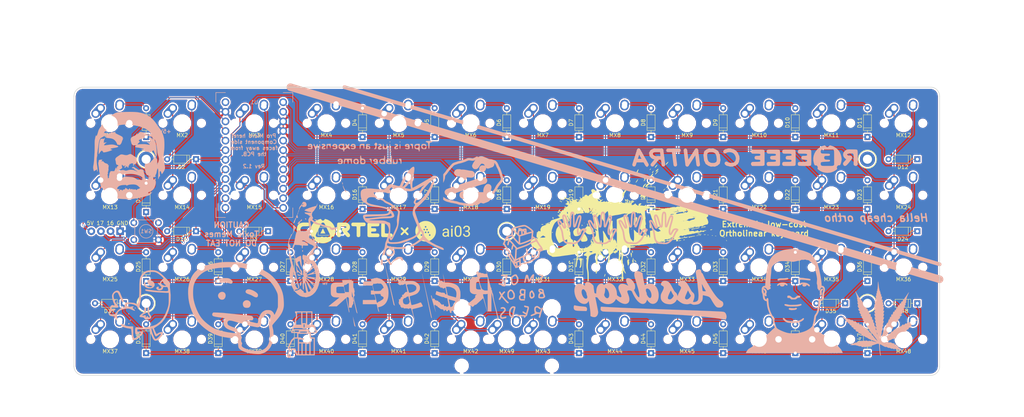
<source format=kicad_pcb>
(kicad_pcb (version 4) (host pcbnew 4.0.6)
  (layers (0 F.Cu signal) (31 B.Cu signal) (34 B.Paste user) (35 F.Paste user) (36 B.SilkS user) (37 F.SilkS user) (38 B.Mask user) (39 F.Mask user) (44 Edge.Cuts user))
  (net 0 "")
  (net 1 ROW0)
  (net 2 "Net-(D1-Pad2)")
  (net 3 "Net-(D2-Pad2)")
  (net 4 "Net-(D3-Pad2)")
  (net 5 "Net-(D4-Pad2)")
  (net 6 "Net-(D5-Pad2)")
  (net 7 "Net-(D6-Pad2)")
  (net 8 "Net-(D7-Pad2)")
  (net 9 "Net-(D8-Pad2)")
  (net 10 "Net-(D9-Pad2)")
  (net 11 "Net-(D10-Pad2)")
  (net 12 "Net-(D11-Pad2)")
  (net 13 "Net-(D12-Pad2)")
  (net 14 ROW1)
  (net 15 "Net-(D13-Pad2)")
  (net 16 "Net-(D14-Pad2)")
  (net 17 "Net-(D15-Pad2)")
  (net 18 "Net-(D16-Pad2)")
  (net 19 "Net-(D17-Pad2)")
  (net 20 "Net-(D18-Pad2)")
  (net 21 "Net-(D19-Pad2)")
  (net 22 "Net-(D20-Pad2)")
  (net 23 "Net-(D21-Pad2)")
  (net 24 "Net-(D22-Pad2)")
  (net 25 "Net-(D23-Pad2)")
  (net 26 "Net-(D24-Pad2)")
  (net 27 ROW2)
  (net 28 "Net-(D25-Pad2)")
  (net 29 "Net-(D26-Pad2)")
  (net 30 "Net-(D27-Pad2)")
  (net 31 "Net-(D28-Pad2)")
  (net 32 "Net-(D29-Pad2)")
  (net 33 "Net-(D30-Pad2)")
  (net 34 "Net-(D31-Pad2)")
  (net 35 "Net-(D32-Pad2)")
  (net 36 "Net-(D33-Pad2)")
  (net 37 "Net-(D34-Pad2)")
  (net 38 "Net-(D35-Pad2)")
  (net 39 "Net-(D36-Pad2)")
  (net 40 ROW3)
  (net 41 "Net-(D37-Pad2)")
  (net 42 "Net-(D38-Pad2)")
  (net 43 "Net-(D39-Pad2)")
  (net 44 "Net-(D40-Pad2)")
  (net 45 "Net-(D41-Pad2)")
  (net 46 "Net-(D42-Pad2)")
  (net 47 "Net-(D43-Pad2)")
  (net 48 "Net-(D44-Pad2)")
  (net 49 "Net-(D45-Pad2)")
  (net 50 "Net-(D46-Pad2)")
  (net 51 "Net-(D47-Pad2)")
  (net 52 "Net-(D48-Pad2)")
  (net 53 COL0)
  (net 54 COL1)
  (net 55 COL2)
  (net 56 COL3)
  (net 57 COL4)
  (net 58 COL5)
  (net 59 COL6)
  (net 60 COL7)
  (net 61 COL8)
  (net 62 COL9)
  (net 63 COL10)
  (net 64 COL11)
  (net 65 "Net-(U1-Pad24)")
  (net 66 "Net-(SW1-Pad1)")
  (net 67 GND)
  (net 68 +5V)
  (net 69 "Net-(P1-Pad1)")
  (net 70 "Net-(P2-Pad1)")
  (module locallib:mountinghole (layer F.Cu) (at 35.687 66.675)
    (fp_text reference P1)
    (fp_text value Pad)
    (pad 1 thru_hole circle (at 0 0) (size 2 2) (drill 1) (layers *.Cu *.Mask) (net 69 "Net-(P1-Pad1)"))
  )
  (module locallib:mountinghole (layer F.Cu) (at 38.227 66.675)
    (fp_text reference P2)
    (fp_text value Pad)
    (pad 1 thru_hole circle (at 0 0) (size 2 2) (drill 1) (layers *.Cu *.Mask) (net 70 "Net-(P2-Pad1)"))
  )
  (module locallib:mountinghole (layer F.Cu) (at 33.147 66.675)
    (fp_text reference P3)
    (fp_text value Pad)
    (pad 1 thru_hole circle (at 0 0) (size 2 2) (drill 1) (layers *.Cu *.Mask) (net 68 +5V))
  )
  (module locallib:mountinghole (layer F.Cu) (at 40.767 66.675)
    (fp_text reference P4)
    (fp_text value Pad)
    (pad 1 thru_hole rect (at 0 0) (size 2 2) (drill 1) (layers *.Cu *.Mask) (net 67 GND))
  )
  (module Diodes_THT:D_DO-35_SOD27_P7.62mm_Horizontal (layer F.Cu) (at 47.625 41.75125 90)
    (fp_text reference D1 (at 3.81 -2.06 90) (layer F.SilkS))
    (fp_text value 1N4148)
    (pad 1 thru_hole rect (at 0 0 90) (size 1.6 1.6) (drill 0.8) (layers *.Cu *.Mask) (net 1 ROW0))
    (pad 2 thru_hole oval (at 7.62 0 90) (size 1.6 1.6) (drill 0.8) (layers *.Cu *.Mask) (net 2 "Net-(D1-Pad2)"))
  )
  (module Diodes_THT:D_DO-35_SOD27_P7.62mm_Horizontal (layer F.Cu) (at 60.80125 47.625 180)
    (fp_text reference D2 (at 3.81 -2.06 180) (layer F.SilkS))
    (fp_text value 1N4148)
    (pad 1 thru_hole rect (at 0 0 180) (size 1.6 1.6) (drill 0.8) (layers *.Cu *.Mask) (net 1 ROW0))
    (pad 2 thru_hole oval (at 7.62 0 180) (size 1.6 1.6) (drill 0.8) (layers *.Cu *.Mask) (net 3 "Net-(D2-Pad2)"))
  )
  (module Diodes_THT:D_DO-35_SOD27_P7.62mm_Horizontal (layer F.Cu) (at 79.85125 66.675 180)
    (fp_text reference D3 (at 3.81 -2.06 180) (layer F.SilkS))
    (fp_text value 1N4148)
    (pad 1 thru_hole rect (at 0 0 180) (size 1.6 1.6) (drill 0.8) (layers *.Cu *.Mask) (net 1 ROW0))
    (pad 2 thru_hole oval (at 7.62 0 180) (size 1.6 1.6) (drill 0.8) (layers *.Cu *.Mask) (net 4 "Net-(D3-Pad2)"))
  )
  (module Diodes_THT:D_DO-35_SOD27_P7.62mm_Horizontal (layer F.Cu) (at 104.775 41.75125 90)
    (fp_text reference D4 (at 3.81 -2.06 90) (layer F.SilkS))
    (fp_text value 1N4148)
    (pad 1 thru_hole rect (at 0 0 90) (size 1.6 1.6) (drill 0.8) (layers *.Cu *.Mask) (net 1 ROW0))
    (pad 2 thru_hole oval (at 7.62 0 90) (size 1.6 1.6) (drill 0.8) (layers *.Cu *.Mask) (net 5 "Net-(D4-Pad2)"))
  )
  (module Diodes_THT:D_DO-35_SOD27_P7.62mm_Horizontal (layer F.Cu) (at 123.825 41.75125 90)
    (fp_text reference D5 (at 3.81 -2.06 90) (layer F.SilkS))
    (fp_text value 1N4148)
    (pad 1 thru_hole rect (at 0 0 90) (size 1.6 1.6) (drill 0.8) (layers *.Cu *.Mask) (net 1 ROW0))
    (pad 2 thru_hole oval (at 7.62 0 90) (size 1.6 1.6) (drill 0.8) (layers *.Cu *.Mask) (net 6 "Net-(D5-Pad2)"))
  )
  (module Diodes_THT:D_DO-35_SOD27_P7.62mm_Horizontal (layer F.Cu) (at 142.875 41.75125 90)
    (fp_text reference D6 (at 3.81 -2.06 90) (layer F.SilkS))
    (fp_text value 1N4148)
    (pad 1 thru_hole rect (at 0 0 90) (size 1.6 1.6) (drill 0.8) (layers *.Cu *.Mask) (net 1 ROW0))
    (pad 2 thru_hole oval (at 7.62 0 90) (size 1.6 1.6) (drill 0.8) (layers *.Cu *.Mask) (net 7 "Net-(D6-Pad2)"))
  )
  (module Diodes_THT:D_DO-35_SOD27_P7.62mm_Horizontal (layer F.Cu) (at 161.925 41.75125 90)
    (fp_text reference D7 (at 3.81 -2.06 90) (layer F.SilkS))
    (fp_text value 1N4148)
    (pad 1 thru_hole rect (at 0 0 90) (size 1.6 1.6) (drill 0.8) (layers *.Cu *.Mask) (net 1 ROW0))
    (pad 2 thru_hole oval (at 7.62 0 90) (size 1.6 1.6) (drill 0.8) (layers *.Cu *.Mask) (net 8 "Net-(D7-Pad2)"))
  )
  (module Diodes_THT:D_DO-35_SOD27_P7.62mm_Horizontal (layer F.Cu) (at 180.975 41.75125 90)
    (fp_text reference D8 (at 3.81 -2.06 90) (layer F.SilkS))
    (fp_text value 1N4148)
    (pad 1 thru_hole rect (at 0 0 90) (size 1.6 1.6) (drill 0.8) (layers *.Cu *.Mask) (net 1 ROW0))
    (pad 2 thru_hole oval (at 7.62 0 90) (size 1.6 1.6) (drill 0.8) (layers *.Cu *.Mask) (net 9 "Net-(D8-Pad2)"))
  )
  (module Diodes_THT:D_DO-35_SOD27_P7.62mm_Horizontal (layer F.Cu) (at 200.025 41.75125 90)
    (fp_text reference D9 (at 3.81 -2.06 90) (layer F.SilkS))
    (fp_text value 1N4148)
    (pad 1 thru_hole rect (at 0 0 90) (size 1.6 1.6) (drill 0.8) (layers *.Cu *.Mask) (net 1 ROW0))
    (pad 2 thru_hole oval (at 7.62 0 90) (size 1.6 1.6) (drill 0.8) (layers *.Cu *.Mask) (net 10 "Net-(D9-Pad2)"))
  )
  (module Diodes_THT:D_DO-35_SOD27_P7.62mm_Horizontal (layer F.Cu) (at 219.075 41.75125 90)
    (fp_text reference D10 (at 3.81 -2.06 90) (layer F.SilkS))
    (fp_text value 1N4148)
    (pad 1 thru_hole rect (at 0 0 90) (size 1.6 1.6) (drill 0.8) (layers *.Cu *.Mask) (net 1 ROW0))
    (pad 2 thru_hole oval (at 7.62 0 90) (size 1.6 1.6) (drill 0.8) (layers *.Cu *.Mask) (net 11 "Net-(D10-Pad2)"))
  )
  (module Diodes_THT:D_DO-35_SOD27_P7.62mm_Horizontal (layer F.Cu) (at 238.125 41.75125 90)
    (fp_text reference D11 (at 3.81 -2.06 90) (layer F.SilkS))
    (fp_text value 1N4148)
    (pad 1 thru_hole rect (at 0 0 90) (size 1.6 1.6) (drill 0.8) (layers *.Cu *.Mask) (net 1 ROW0))
    (pad 2 thru_hole oval (at 7.62 0 90) (size 1.6 1.6) (drill 0.8) (layers *.Cu *.Mask) (net 12 "Net-(D11-Pad2)"))
  )
  (module Diodes_THT:D_DO-35_SOD27_P7.62mm_Horizontal (layer F.Cu) (at 251.30125 47.625 180)
    (fp_text reference D12 (at 3.81 -2.06 180) (layer F.SilkS))
    (fp_text value 1N4148)
    (pad 1 thru_hole rect (at 0 0 180) (size 1.6 1.6) (drill 0.8) (layers *.Cu *.Mask) (net 1 ROW0))
    (pad 2 thru_hole oval (at 7.62 0 180) (size 1.6 1.6) (drill 0.8) (layers *.Cu *.Mask) (net 13 "Net-(D12-Pad2)"))
  )
  (module Diodes_THT:D_DO-35_SOD27_P7.62mm_Horizontal (layer F.Cu) (at 47.625 61.595 90)
    (fp_text reference D13 (at 3.81 -2.06 90) (layer F.SilkS))
    (fp_text value 1N4148)
    (pad 1 thru_hole rect (at 0 0 90) (size 1.6 1.6) (drill 0.8) (layers *.Cu *.Mask) (net 14 ROW1))
    (pad 2 thru_hole oval (at 7.62 0 90) (size 1.6 1.6) (drill 0.8) (layers *.Cu *.Mask) (net 15 "Net-(D13-Pad2)"))
  )
  (module Diodes_THT:D_DO-35_SOD27_P7.62mm_Horizontal (layer F.Cu) (at 60.80125 66.675 180)
    (fp_text reference D14 (at 3.81 -2.06 180) (layer F.SilkS))
    (fp_text value 1N4148)
    (pad 1 thru_hole rect (at 0 0 180) (size 1.6 1.6) (drill 0.8) (layers *.Cu *.Mask) (net 14 ROW1))
    (pad 2 thru_hole oval (at 7.62 0 180) (size 1.6 1.6) (drill 0.8) (layers *.Cu *.Mask) (net 16 "Net-(D14-Pad2)"))
  )
  (module Diodes_THT:D_DO-35_SOD27_P7.62mm_Horizontal (layer F.Cu) (at 98.90125 66.675 180)
    (fp_text reference D15 (at 3.81 -2.06 180) (layer F.SilkS))
    (fp_text value 1N4148)
    (pad 1 thru_hole rect (at 0 0 180) (size 1.6 1.6) (drill 0.8) (layers *.Cu *.Mask) (net 14 ROW1))
    (pad 2 thru_hole oval (at 7.62 0 180) (size 1.6 1.6) (drill 0.8) (layers *.Cu *.Mask) (net 17 "Net-(D15-Pad2)"))
  )
  (module Diodes_THT:D_DO-35_SOD27_P7.62mm_Horizontal (layer F.Cu) (at 104.775 60.80125 90)
    (fp_text reference D16 (at 3.81 -2.06 90) (layer F.SilkS))
    (fp_text value 1N4148)
    (pad 1 thru_hole rect (at 0 0 90) (size 1.6 1.6) (drill 0.8) (layers *.Cu *.Mask) (net 14 ROW1))
    (pad 2 thru_hole oval (at 7.62 0 90) (size 1.6 1.6) (drill 0.8) (layers *.Cu *.Mask) (net 18 "Net-(D16-Pad2)"))
  )
  (module Diodes_THT:D_DO-35_SOD27_P7.62mm_Horizontal (layer F.Cu) (at 123.825 60.80125 90)
    (fp_text reference D17 (at 3.81 -2.06 90) (layer F.SilkS))
    (fp_text value 1N4148)
    (pad 1 thru_hole rect (at 0 0 90) (size 1.6 1.6) (drill 0.8) (layers *.Cu *.Mask) (net 14 ROW1))
    (pad 2 thru_hole oval (at 7.62 0 90) (size 1.6 1.6) (drill 0.8) (layers *.Cu *.Mask) (net 19 "Net-(D17-Pad2)"))
  )
  (module Diodes_THT:D_DO-35_SOD27_P7.62mm_Horizontal (layer F.Cu) (at 142.875 60.80125 90)
    (fp_text reference D18 (at 3.81 -2.06 90) (layer F.SilkS))
    (fp_text value 1N4148)
    (pad 1 thru_hole rect (at 0 0 90) (size 1.6 1.6) (drill 0.8) (layers *.Cu *.Mask) (net 14 ROW1))
    (pad 2 thru_hole oval (at 7.62 0 90) (size 1.6 1.6) (drill 0.8) (layers *.Cu *.Mask) (net 20 "Net-(D18-Pad2)"))
  )
  (module Diodes_THT:D_DO-35_SOD27_P7.62mm_Horizontal (layer F.Cu) (at 161.925 60.80125 90)
    (fp_text reference D19 (at 3.81 -2.06 90) (layer F.SilkS))
    (fp_text value 1N4148)
    (pad 1 thru_hole rect (at 0 0 90) (size 1.6 1.6) (drill 0.8) (layers *.Cu *.Mask) (net 14 ROW1))
    (pad 2 thru_hole oval (at 7.62 0 90) (size 1.6 1.6) (drill 0.8) (layers *.Cu *.Mask) (net 21 "Net-(D19-Pad2)"))
  )
  (module Diodes_THT:D_DO-35_SOD27_P7.62mm_Horizontal (layer F.Cu) (at 180.975 60.80125 90)
    (fp_text reference D20 (at 3.81 -2.06 90) (layer F.SilkS))
    (fp_text value 1N4148)
    (pad 1 thru_hole rect (at 0 0 90) (size 1.6 1.6) (drill 0.8) (layers *.Cu *.Mask) (net 14 ROW1))
    (pad 2 thru_hole oval (at 7.62 0 90) (size 1.6 1.6) (drill 0.8) (layers *.Cu *.Mask) (net 22 "Net-(D20-Pad2)"))
  )
  (module Diodes_THT:D_DO-35_SOD27_P7.62mm_Horizontal (layer F.Cu) (at 200.025 60.80125 90)
    (fp_text reference D21 (at 3.81 -2.06 90) (layer F.SilkS))
    (fp_text value 1N4148)
    (pad 1 thru_hole rect (at 0 0 90) (size 1.6 1.6) (drill 0.8) (layers *.Cu *.Mask) (net 14 ROW1))
    (pad 2 thru_hole oval (at 7.62 0 90) (size 1.6 1.6) (drill 0.8) (layers *.Cu *.Mask) (net 23 "Net-(D21-Pad2)"))
  )
  (module Diodes_THT:D_DO-35_SOD27_P7.62mm_Horizontal (layer F.Cu) (at 219.075 60.80125 90)
    (fp_text reference D22 (at 3.81 -2.06 90) (layer F.SilkS))
    (fp_text value 1N4148)
    (pad 1 thru_hole rect (at 0 0 90) (size 1.6 1.6) (drill 0.8) (layers *.Cu *.Mask) (net 14 ROW1))
    (pad 2 thru_hole oval (at 7.62 0 90) (size 1.6 1.6) (drill 0.8) (layers *.Cu *.Mask) (net 24 "Net-(D22-Pad2)"))
  )
  (module Diodes_THT:D_DO-35_SOD27_P7.62mm_Horizontal (layer F.Cu) (at 238.125 60.80125 90)
    (fp_text reference D23 (at 3.81 -2.06 90) (layer F.SilkS))
    (fp_text value 1N4148)
    (pad 1 thru_hole rect (at 0 0 90) (size 1.6 1.6) (drill 0.8) (layers *.Cu *.Mask) (net 14 ROW1))
    (pad 2 thru_hole oval (at 7.62 0 90) (size 1.6 1.6) (drill 0.8) (layers *.Cu *.Mask) (net 25 "Net-(D23-Pad2)"))
  )
  (module Diodes_THT:D_DO-35_SOD27_P7.62mm_Horizontal (layer F.Cu) (at 251.30125 66.675 180)
    (fp_text reference D24 (at 3.81 -2.06 180) (layer F.SilkS))
    (fp_text value 1N4148)
    (pad 1 thru_hole rect (at 0 0 180) (size 1.6 1.6) (drill 0.8) (layers *.Cu *.Mask) (net 14 ROW1))
    (pad 2 thru_hole oval (at 7.62 0 180) (size 1.6 1.6) (drill 0.8) (layers *.Cu *.Mask) (net 26 "Net-(D24-Pad2)"))
  )
  (module Diodes_THT:D_DO-35_SOD27_P7.62mm_Horizontal (layer F.Cu) (at 47.625 79.85125 90)
    (fp_text reference D25 (at 3.81 -2.06 90) (layer F.SilkS))
    (fp_text value 1N4148)
    (pad 1 thru_hole rect (at 0 0 90) (size 1.6 1.6) (drill 0.8) (layers *.Cu *.Mask) (net 27 ROW2))
    (pad 2 thru_hole oval (at 7.62 0 90) (size 1.6 1.6) (drill 0.8) (layers *.Cu *.Mask) (net 28 "Net-(D25-Pad2)"))
  )
  (module Diodes_THT:D_DO-35_SOD27_P7.62mm_Horizontal (layer F.Cu) (at 66.675 79.85125 90)
    (fp_text reference D26 (at 3.81 -2.06 90) (layer F.SilkS))
    (fp_text value 1N4148)
    (pad 1 thru_hole rect (at 0 0 90) (size 1.6 1.6) (drill 0.8) (layers *.Cu *.Mask) (net 27 ROW2))
    (pad 2 thru_hole oval (at 7.62 0 90) (size 1.6 1.6) (drill 0.8) (layers *.Cu *.Mask) (net 29 "Net-(D26-Pad2)"))
  )
  (module Diodes_THT:D_DO-35_SOD27_P7.62mm_Horizontal (layer F.Cu) (at 85.725 79.85125 90)
    (fp_text reference D27 (at 3.81 -2.06 90) (layer F.SilkS))
    (fp_text value 1N4148)
    (pad 1 thru_hole rect (at 0 0 90) (size 1.6 1.6) (drill 0.8) (layers *.Cu *.Mask) (net 27 ROW2))
    (pad 2 thru_hole oval (at 7.62 0 90) (size 1.6 1.6) (drill 0.8) (layers *.Cu *.Mask) (net 30 "Net-(D27-Pad2)"))
  )
  (module Diodes_THT:D_DO-35_SOD27_P7.62mm_Horizontal (layer F.Cu) (at 104.775 79.85125 90)
    (fp_text reference D28 (at 3.81 -2.06 90) (layer F.SilkS))
    (fp_text value 1N4148)
    (pad 1 thru_hole rect (at 0 0 90) (size 1.6 1.6) (drill 0.8) (layers *.Cu *.Mask) (net 27 ROW2))
    (pad 2 thru_hole oval (at 7.62 0 90) (size 1.6 1.6) (drill 0.8) (layers *.Cu *.Mask) (net 31 "Net-(D28-Pad2)"))
  )
  (module Diodes_THT:D_DO-35_SOD27_P7.62mm_Horizontal (layer F.Cu) (at 123.825 79.85125 90)
    (fp_text reference D29 (at 3.81 -2.06 90) (layer F.SilkS))
    (fp_text value 1N4148)
    (pad 1 thru_hole rect (at 0 0 90) (size 1.6 1.6) (drill 0.8) (layers *.Cu *.Mask) (net 27 ROW2))
    (pad 2 thru_hole oval (at 7.62 0 90) (size 1.6 1.6) (drill 0.8) (layers *.Cu *.Mask) (net 32 "Net-(D29-Pad2)"))
  )
  (module Diodes_THT:D_DO-35_SOD27_P7.62mm_Horizontal (layer F.Cu) (at 142.875 79.85125 90)
    (fp_text reference D30 (at 3.81 -2.06 90) (layer F.SilkS))
    (fp_text value 1N4148)
    (pad 1 thru_hole rect (at 0 0 90) (size 1.6 1.6) (drill 0.8) (layers *.Cu *.Mask) (net 27 ROW2))
    (pad 2 thru_hole oval (at 7.62 0 90) (size 1.6 1.6) (drill 0.8) (layers *.Cu *.Mask) (net 33 "Net-(D30-Pad2)"))
  )
  (module Diodes_THT:D_DO-35_SOD27_P7.62mm_Horizontal (layer F.Cu) (at 161.925 79.85125 90)
    (fp_text reference D31 (at 3.81 -2.06 90) (layer F.SilkS))
    (fp_text value 1N4148)
    (pad 1 thru_hole rect (at 0 0 90) (size 1.6 1.6) (drill 0.8) (layers *.Cu *.Mask) (net 27 ROW2))
    (pad 2 thru_hole oval (at 7.62 0 90) (size 1.6 1.6) (drill 0.8) (layers *.Cu *.Mask) (net 34 "Net-(D31-Pad2)"))
  )
  (module Diodes_THT:D_DO-35_SOD27_P7.62mm_Horizontal (layer F.Cu) (at 180.975 79.85125 90)
    (fp_text reference D32 (at 3.81 -2.06 90) (layer F.SilkS))
    (fp_text value 1N4148)
    (pad 1 thru_hole rect (at 0 0 90) (size 1.6 1.6) (drill 0.8) (layers *.Cu *.Mask) (net 27 ROW2))
    (pad 2 thru_hole oval (at 7.62 0 90) (size 1.6 1.6) (drill 0.8) (layers *.Cu *.Mask) (net 35 "Net-(D32-Pad2)"))
  )
  (module Diodes_THT:D_DO-35_SOD27_P7.62mm_Horizontal (layer F.Cu) (at 200.025 79.85125 90)
    (fp_text reference D33 (at 3.81 -2.06 90) (layer F.SilkS))
    (fp_text value 1N4148)
    (pad 1 thru_hole rect (at 0 0 90) (size 1.6 1.6) (drill 0.8) (layers *.Cu *.Mask) (net 27 ROW2))
    (pad 2 thru_hole oval (at 7.62 0 90) (size 1.6 1.6) (drill 0.8) (layers *.Cu *.Mask) (net 36 "Net-(D33-Pad2)"))
  )
  (module Diodes_THT:D_DO-35_SOD27_P7.62mm_Horizontal (layer F.Cu) (at 219.075 79.85125 90)
    (fp_text reference D34 (at 3.81 -2.06 90) (layer F.SilkS))
    (fp_text value 1N4148)
    (pad 1 thru_hole rect (at 0 0 90) (size 1.6 1.6) (drill 0.8) (layers *.Cu *.Mask) (net 27 ROW2))
    (pad 2 thru_hole oval (at 7.62 0 90) (size 1.6 1.6) (drill 0.8) (layers *.Cu *.Mask) (net 37 "Net-(D34-Pad2)"))
  )
  (module Diodes_THT:D_DO-35_SOD27_P7.62mm_Horizontal (layer F.Cu) (at 232.25125 85.725 180)
    (fp_text reference D35 (at 3.81 -2.06 180) (layer F.SilkS))
    (fp_text value 1N4148)
    (pad 1 thru_hole rect (at 0 0 180) (size 1.6 1.6) (drill 0.8) (layers *.Cu *.Mask) (net 27 ROW2))
    (pad 2 thru_hole oval (at 7.62 0 180) (size 1.6 1.6) (drill 0.8) (layers *.Cu *.Mask) (net 38 "Net-(D35-Pad2)"))
  )
  (module Diodes_THT:D_DO-35_SOD27_P7.62mm_Horizontal (layer F.Cu) (at 238.125 79.85125 90)
    (fp_text reference D36 (at 3.81 -2.06 90) (layer F.SilkS))
    (fp_text value 1N4148)
    (pad 1 thru_hole rect (at 0 0 90) (size 1.6 1.6) (drill 0.8) (layers *.Cu *.Mask) (net 27 ROW2))
    (pad 2 thru_hole oval (at 7.62 0 90) (size 1.6 1.6) (drill 0.8) (layers *.Cu *.Mask) (net 39 "Net-(D36-Pad2)"))
  )
  (module Diodes_THT:D_DO-35_SOD27_P7.62mm_Horizontal (layer F.Cu) (at 41.75125 85.725 180)
    (fp_text reference D37 (at 3.81 -2.06 180) (layer F.SilkS))
    (fp_text value 1N4148)
    (pad 1 thru_hole rect (at 0 0 180) (size 1.6 1.6) (drill 0.8) (layers *.Cu *.Mask) (net 40 ROW3))
    (pad 2 thru_hole oval (at 7.62 0 180) (size 1.6 1.6) (drill 0.8) (layers *.Cu *.Mask) (net 41 "Net-(D37-Pad2)"))
  )
  (module Diodes_THT:D_DO-35_SOD27_P7.62mm_Horizontal (layer F.Cu) (at 47.625 98.90125 90)
    (fp_text reference D38 (at 3.81 -2.06 90) (layer F.SilkS))
    (fp_text value 1N4148)
    (pad 1 thru_hole rect (at 0 0 90) (size 1.6 1.6) (drill 0.8) (layers *.Cu *.Mask) (net 40 ROW3))
    (pad 2 thru_hole oval (at 7.62 0 90) (size 1.6 1.6) (drill 0.8) (layers *.Cu *.Mask) (net 42 "Net-(D38-Pad2)"))
  )
  (module Diodes_THT:D_DO-35_SOD27_P7.62mm_Horizontal (layer F.Cu) (at 66.675 98.90125 90)
    (fp_text reference D39 (at 3.81 -2.06 90) (layer F.SilkS))
    (fp_text value 1N4148)
    (pad 1 thru_hole rect (at 0 0 90) (size 1.6 1.6) (drill 0.8) (layers *.Cu *.Mask) (net 40 ROW3))
    (pad 2 thru_hole oval (at 7.62 0 90) (size 1.6 1.6) (drill 0.8) (layers *.Cu *.Mask) (net 43 "Net-(D39-Pad2)"))
  )
  (module Diodes_THT:D_DO-35_SOD27_P7.62mm_Horizontal (layer F.Cu) (at 85.725 98.90125 90)
    (fp_text reference D40 (at 3.81 -2.06 90) (layer F.SilkS))
    (fp_text value 1N4148)
    (pad 1 thru_hole rect (at 0 0 90) (size 1.6 1.6) (drill 0.8) (layers *.Cu *.Mask) (net 40 ROW3))
    (pad 2 thru_hole oval (at 7.62 0 90) (size 1.6 1.6) (drill 0.8) (layers *.Cu *.Mask) (net 44 "Net-(D40-Pad2)"))
  )
  (module Diodes_THT:D_DO-35_SOD27_P7.62mm_Horizontal (layer F.Cu) (at 104.775 98.90125 90)
    (fp_text reference D41 (at 3.81 -2.06 90) (layer F.SilkS))
    (fp_text value 1N4148)
    (pad 1 thru_hole rect (at 0 0 90) (size 1.6 1.6) (drill 0.8) (layers *.Cu *.Mask) (net 40 ROW3))
    (pad 2 thru_hole oval (at 7.62 0 90) (size 1.6 1.6) (drill 0.8) (layers *.Cu *.Mask) (net 45 "Net-(D41-Pad2)"))
  )
  (module Diodes_THT:D_DO-35_SOD27_P7.62mm_Horizontal (layer F.Cu) (at 123.825 98.90125 90)
    (fp_text reference D42 (at 3.81 -2.06 90) (layer F.SilkS))
    (fp_text value 1N4148)
    (pad 1 thru_hole rect (at 0 0 90) (size 1.6 1.6) (drill 0.8) (layers *.Cu *.Mask) (net 40 ROW3))
    (pad 2 thru_hole oval (at 7.62 0 90) (size 1.6 1.6) (drill 0.8) (layers *.Cu *.Mask) (net 46 "Net-(D42-Pad2)"))
  )
  (module Diodes_THT:D_DO-35_SOD27_P7.62mm_Horizontal (layer F.Cu) (at 161.925 98.90125 90)
    (fp_text reference D43 (at 3.81 -2.06 90) (layer F.SilkS))
    (fp_text value 1N4148)
    (pad 1 thru_hole rect (at 0 0 90) (size 1.6 1.6) (drill 0.8) (layers *.Cu *.Mask) (net 40 ROW3))
    (pad 2 thru_hole oval (at 7.62 0 90) (size 1.6 1.6) (drill 0.8) (layers *.Cu *.Mask) (net 47 "Net-(D43-Pad2)"))
  )
  (module Diodes_THT:D_DO-35_SOD27_P7.62mm_Horizontal (layer F.Cu) (at 180.975 98.90125 90)
    (fp_text reference D44 (at 3.81 -2.06 90) (layer F.SilkS))
    (fp_text value 1N4148)
    (pad 1 thru_hole rect (at 0 0 90) (size 1.6 1.6) (drill 0.8) (layers *.Cu *.Mask) (net 40 ROW3))
    (pad 2 thru_hole oval (at 7.62 0 90) (size 1.6 1.6) (drill 0.8) (layers *.Cu *.Mask) (net 48 "Net-(D44-Pad2)"))
  )
  (module Diodes_THT:D_DO-35_SOD27_P7.62mm_Horizontal (layer F.Cu) (at 200.025 98.90125 90)
    (fp_text reference D45 (at 3.81 -2.06 90) (layer F.SilkS))
    (fp_text value 1N4148)
    (pad 1 thru_hole rect (at 0 0 90) (size 1.6 1.6) (drill 0.8) (layers *.Cu *.Mask) (net 40 ROW3))
    (pad 2 thru_hole oval (at 7.62 0 90) (size 1.6 1.6) (drill 0.8) (layers *.Cu *.Mask) (net 49 "Net-(D45-Pad2)"))
  )
  (module Diodes_THT:D_DO-35_SOD27_P7.62mm_Horizontal (layer F.Cu) (at 219.075 98.90125 90)
    (fp_text reference D46 (at 3.81 -2.06 90) (layer F.SilkS))
    (fp_text value 1N4148)
    (pad 1 thru_hole rect (at 0 0 90) (size 1.6 1.6) (drill 0.8) (layers *.Cu *.Mask) (net 40 ROW3))
    (pad 2 thru_hole oval (at 7.62 0 90) (size 1.6 1.6) (drill 0.8) (layers *.Cu *.Mask) (net 50 "Net-(D46-Pad2)"))
  )
  (module Diodes_THT:D_DO-35_SOD27_P7.62mm_Horizontal (layer F.Cu) (at 238.125 98.90125 90)
    (fp_text reference D47 (at 3.81 -2.06 90) (layer F.SilkS))
    (fp_text value 1N4148)
    (pad 1 thru_hole rect (at 0 0 90) (size 1.6 1.6) (drill 0.8) (layers *.Cu *.Mask) (net 40 ROW3))
    (pad 2 thru_hole oval (at 7.62 0 90) (size 1.6 1.6) (drill 0.8) (layers *.Cu *.Mask) (net 51 "Net-(D47-Pad2)"))
  )
  (module Diodes_THT:D_DO-35_SOD27_P7.62mm_Horizontal (layer F.Cu) (at 251.30125 85.725 180)
    (fp_text reference D48 (at 3.81 -2.06 180) (layer F.SilkS))
    (fp_text value 1N4148)
    (pad 1 thru_hole rect (at 0 0 180) (size 1.6 1.6) (drill 0.8) (layers *.Cu *.Mask) (net 40 ROW3))
    (pad 2 thru_hole oval (at 7.62 0 180) (size 1.6 1.6) (drill 0.8) (layers *.Cu *.Mask) (net 52 "Net-(D48-Pad2)"))
  )
  (module MX_Alps_Hybrid:MX-1U-NoLED (layer F.Cu) (at 38.1 38.1)
    (fp_text reference MX1 (at 0 3.175) (layer F.SilkS))
    (fp_text value MX-1U)
    (pad 2 thru_hole oval (at 2.5 -4.5 86.0548) (size 2.831378 2.25) (drill 1.47 (offset 0.290689 0)) (layers *.Cu *.Mask) (net 2 "Net-(D1-Pad2)"))
    (pad 2 thru_hole circle (at 2.54 -5.08) (size 2.25 2.25) (drill 1.47) (layers *.Cu *.Mask) (net 2 "Net-(D1-Pad2)"))
    (pad 1 thru_hole oval (at -3.81 -2.54 48.09963212) (size 4.211556 2.25) (drill 1.47 (offset 0.980778 0)) (layers *.Cu *.Mask) (net 53 COL0))
    (pad "" np_thru_hole circle (at 0 0) (size 3.9878 3.9878) (drill 3.9878) (layers *.Cu *.Mask))
    (pad 1 thru_hole circle (at -2.5 -4) (size 2.25 2.25) (drill 1.47) (layers *.Cu *.Mask) (net 53 COL0))
    (pad "" np_thru_hole circle (at -5.08 0 48.0996) (size 1.7018 1.7018) (drill 1.7018) (layers *.Cu *.Mask))
    (pad "" np_thru_hole circle (at 5.08 0 48.0996) (size 1.7018 1.7018) (drill 1.7018) (layers *.Cu *.Mask))
  )
  (module MX_Alps_Hybrid:MX-1U-NoLED (layer F.Cu) (at 57.15 38.1)
    (fp_text reference MX2 (at 0 3.175) (layer F.SilkS))
    (fp_text value MX-1U)
    (pad 2 thru_hole oval (at 2.5 -4.5 86.0548) (size 2.831378 2.25) (drill 1.47 (offset 0.290689 0)) (layers *.Cu *.Mask) (net 3 "Net-(D2-Pad2)"))
    (pad 2 thru_hole circle (at 2.54 -5.08) (size 2.25 2.25) (drill 1.47) (layers *.Cu *.Mask) (net 3 "Net-(D2-Pad2)"))
    (pad 1 thru_hole oval (at -3.81 -2.54 48.09963212) (size 4.211556 2.25) (drill 1.47 (offset 0.980778 0)) (layers *.Cu *.Mask) (net 54 COL1))
    (pad "" np_thru_hole circle (at 0 0) (size 3.9878 3.9878) (drill 3.9878) (layers *.Cu *.Mask))
    (pad 1 thru_hole circle (at -2.5 -4) (size 2.25 2.25) (drill 1.47) (layers *.Cu *.Mask) (net 54 COL1))
    (pad "" np_thru_hole circle (at -5.08 0 48.0996) (size 1.7018 1.7018) (drill 1.7018) (layers *.Cu *.Mask))
    (pad "" np_thru_hole circle (at 5.08 0 48.0996) (size 1.7018 1.7018) (drill 1.7018) (layers *.Cu *.Mask))
  )
  (module MX_Alps_Hybrid:MX-1U-NoLED (layer F.Cu) (at 76.2 38.1)
    (fp_text reference MX3 (at 0 3.175) (layer F.SilkS))
    (fp_text value MX-1U)
    (pad 2 thru_hole oval (at 2.5 -4.5 86.0548) (size 2.831378 2.25) (drill 1.47 (offset 0.290689 0)) (layers *.Cu *.Mask) (net 4 "Net-(D3-Pad2)"))
    (pad 2 thru_hole circle (at 2.54 -5.08) (size 2.25 2.25) (drill 1.47) (layers *.Cu *.Mask) (net 4 "Net-(D3-Pad2)"))
    (pad 1 thru_hole oval (at -3.81 -2.54 48.09963212) (size 4.211556 2.25) (drill 1.47 (offset 0.980778 0)) (layers *.Cu *.Mask) (net 55 COL2))
    (pad "" np_thru_hole circle (at 0 0) (size 3.9878 3.9878) (drill 3.9878) (layers *.Cu *.Mask))
    (pad 1 thru_hole circle (at -2.5 -4) (size 2.25 2.25) (drill 1.47) (layers *.Cu *.Mask) (net 55 COL2))
    (pad "" np_thru_hole circle (at -5.08 0 48.0996) (size 1.7018 1.7018) (drill 1.7018) (layers *.Cu *.Mask))
    (pad "" np_thru_hole circle (at 5.08 0 48.0996) (size 1.7018 1.7018) (drill 1.7018) (layers *.Cu *.Mask))
  )
  (module MX_Alps_Hybrid:MX-1U-NoLED (layer F.Cu) (at 95.25 38.1)
    (fp_text reference MX4 (at 0 3.175) (layer F.SilkS))
    (fp_text value MX-1U)
    (pad 2 thru_hole oval (at 2.5 -4.5 86.0548) (size 2.831378 2.25) (drill 1.47 (offset 0.290689 0)) (layers *.Cu *.Mask) (net 5 "Net-(D4-Pad2)"))
    (pad 2 thru_hole circle (at 2.54 -5.08) (size 2.25 2.25) (drill 1.47) (layers *.Cu *.Mask) (net 5 "Net-(D4-Pad2)"))
    (pad 1 thru_hole oval (at -3.81 -2.54 48.09963212) (size 4.211556 2.25) (drill 1.47 (offset 0.980778 0)) (layers *.Cu *.Mask) (net 56 COL3))
    (pad "" np_thru_hole circle (at 0 0) (size 3.9878 3.9878) (drill 3.9878) (layers *.Cu *.Mask))
    (pad 1 thru_hole circle (at -2.5 -4) (size 2.25 2.25) (drill 1.47) (layers *.Cu *.Mask) (net 56 COL3))
    (pad "" np_thru_hole circle (at -5.08 0 48.0996) (size 1.7018 1.7018) (drill 1.7018) (layers *.Cu *.Mask))
    (pad "" np_thru_hole circle (at 5.08 0 48.0996) (size 1.7018 1.7018) (drill 1.7018) (layers *.Cu *.Mask))
  )
  (module MX_Alps_Hybrid:MX-1U-NoLED (layer F.Cu) (at 114.3 38.1)
    (fp_text reference MX5 (at 0 3.175) (layer F.SilkS))
    (fp_text value MX-1U)
    (pad 2 thru_hole oval (at 2.5 -4.5 86.0548) (size 2.831378 2.25) (drill 1.47 (offset 0.290689 0)) (layers *.Cu *.Mask) (net 6 "Net-(D5-Pad2)"))
    (pad 2 thru_hole circle (at 2.54 -5.08) (size 2.25 2.25) (drill 1.47) (layers *.Cu *.Mask) (net 6 "Net-(D5-Pad2)"))
    (pad 1 thru_hole oval (at -3.81 -2.54 48.09963212) (size 4.211556 2.25) (drill 1.47 (offset 0.980778 0)) (layers *.Cu *.Mask) (net 57 COL4))
    (pad "" np_thru_hole circle (at 0 0) (size 3.9878 3.9878) (drill 3.9878) (layers *.Cu *.Mask))
    (pad 1 thru_hole circle (at -2.5 -4) (size 2.25 2.25) (drill 1.47) (layers *.Cu *.Mask) (net 57 COL4))
    (pad "" np_thru_hole circle (at -5.08 0 48.0996) (size 1.7018 1.7018) (drill 1.7018) (layers *.Cu *.Mask))
    (pad "" np_thru_hole circle (at 5.08 0 48.0996) (size 1.7018 1.7018) (drill 1.7018) (layers *.Cu *.Mask))
  )
  (module MX_Alps_Hybrid:MX-1U-NoLED (layer F.Cu) (at 133.35 38.1)
    (fp_text reference MX6 (at 0 3.175) (layer F.SilkS))
    (fp_text value MX-1U)
    (pad 2 thru_hole oval (at 2.5 -4.5 86.0548) (size 2.831378 2.25) (drill 1.47 (offset 0.290689 0)) (layers *.Cu *.Mask) (net 7 "Net-(D6-Pad2)"))
    (pad 2 thru_hole circle (at 2.54 -5.08) (size 2.25 2.25) (drill 1.47) (layers *.Cu *.Mask) (net 7 "Net-(D6-Pad2)"))
    (pad 1 thru_hole oval (at -3.81 -2.54 48.09963212) (size 4.211556 2.25) (drill 1.47 (offset 0.980778 0)) (layers *.Cu *.Mask) (net 58 COL5))
    (pad "" np_thru_hole circle (at 0 0) (size 3.9878 3.9878) (drill 3.9878) (layers *.Cu *.Mask))
    (pad 1 thru_hole circle (at -2.5 -4) (size 2.25 2.25) (drill 1.47) (layers *.Cu *.Mask) (net 58 COL5))
    (pad "" np_thru_hole circle (at -5.08 0 48.0996) (size 1.7018 1.7018) (drill 1.7018) (layers *.Cu *.Mask))
    (pad "" np_thru_hole circle (at 5.08 0 48.0996) (size 1.7018 1.7018) (drill 1.7018) (layers *.Cu *.Mask))
  )
  (module MX_Alps_Hybrid:MX-1U-NoLED (layer F.Cu) (at 152.4 38.1)
    (fp_text reference MX7 (at 0 3.175) (layer F.SilkS))
    (fp_text value MX-1U)
    (pad 2 thru_hole oval (at 2.5 -4.5 86.0548) (size 2.831378 2.25) (drill 1.47 (offset 0.290689 0)) (layers *.Cu *.Mask) (net 8 "Net-(D7-Pad2)"))
    (pad 2 thru_hole circle (at 2.54 -5.08) (size 2.25 2.25) (drill 1.47) (layers *.Cu *.Mask) (net 8 "Net-(D7-Pad2)"))
    (pad 1 thru_hole oval (at -3.81 -2.54 48.09963212) (size 4.211556 2.25) (drill 1.47 (offset 0.980778 0)) (layers *.Cu *.Mask) (net 59 COL6))
    (pad "" np_thru_hole circle (at 0 0) (size 3.9878 3.9878) (drill 3.9878) (layers *.Cu *.Mask))
    (pad 1 thru_hole circle (at -2.5 -4) (size 2.25 2.25) (drill 1.47) (layers *.Cu *.Mask) (net 59 COL6))
    (pad "" np_thru_hole circle (at -5.08 0 48.0996) (size 1.7018 1.7018) (drill 1.7018) (layers *.Cu *.Mask))
    (pad "" np_thru_hole circle (at 5.08 0 48.0996) (size 1.7018 1.7018) (drill 1.7018) (layers *.Cu *.Mask))
  )
  (module MX_Alps_Hybrid:MX-1U-NoLED (layer F.Cu) (at 171.45 38.1)
    (fp_text reference MX8 (at 0 3.175) (layer F.SilkS))
    (fp_text value MX-1U)
    (pad 2 thru_hole oval (at 2.5 -4.5 86.0548) (size 2.831378 2.25) (drill 1.47 (offset 0.290689 0)) (layers *.Cu *.Mask) (net 9 "Net-(D8-Pad2)"))
    (pad 2 thru_hole circle (at 2.54 -5.08) (size 2.25 2.25) (drill 1.47) (layers *.Cu *.Mask) (net 9 "Net-(D8-Pad2)"))
    (pad 1 thru_hole oval (at -3.81 -2.54 48.09963212) (size 4.211556 2.25) (drill 1.47 (offset 0.980778 0)) (layers *.Cu *.Mask) (net 60 COL7))
    (pad "" np_thru_hole circle (at 0 0) (size 3.9878 3.9878) (drill 3.9878) (layers *.Cu *.Mask))
    (pad 1 thru_hole circle (at -2.5 -4) (size 2.25 2.25) (drill 1.47) (layers *.Cu *.Mask) (net 60 COL7))
    (pad "" np_thru_hole circle (at -5.08 0 48.0996) (size 1.7018 1.7018) (drill 1.7018) (layers *.Cu *.Mask))
    (pad "" np_thru_hole circle (at 5.08 0 48.0996) (size 1.7018 1.7018) (drill 1.7018) (layers *.Cu *.Mask))
  )
  (module MX_Alps_Hybrid:MX-1U-NoLED (layer F.Cu) (at 190.5 38.1)
    (fp_text reference MX9 (at 0 3.175) (layer F.SilkS))
    (fp_text value MX-1U)
    (pad 2 thru_hole oval (at 2.5 -4.5 86.0548) (size 2.831378 2.25) (drill 1.47 (offset 0.290689 0)) (layers *.Cu *.Mask) (net 10 "Net-(D9-Pad2)"))
    (pad 2 thru_hole circle (at 2.54 -5.08) (size 2.25 2.25) (drill 1.47) (layers *.Cu *.Mask) (net 10 "Net-(D9-Pad2)"))
    (pad 1 thru_hole oval (at -3.81 -2.54 48.09963212) (size 4.211556 2.25) (drill 1.47 (offset 0.980778 0)) (layers *.Cu *.Mask) (net 61 COL8))
    (pad "" np_thru_hole circle (at 0 0) (size 3.9878 3.9878) (drill 3.9878) (layers *.Cu *.Mask))
    (pad 1 thru_hole circle (at -2.5 -4) (size 2.25 2.25) (drill 1.47) (layers *.Cu *.Mask) (net 61 COL8))
    (pad "" np_thru_hole circle (at -5.08 0 48.0996) (size 1.7018 1.7018) (drill 1.7018) (layers *.Cu *.Mask))
    (pad "" np_thru_hole circle (at 5.08 0 48.0996) (size 1.7018 1.7018) (drill 1.7018) (layers *.Cu *.Mask))
  )
  (module MX_Alps_Hybrid:MX-1U-NoLED (layer F.Cu) (at 209.55 38.1)
    (fp_text reference MX10 (at 0 3.175) (layer F.SilkS))
    (fp_text value MX-1U)
    (pad 2 thru_hole oval (at 2.5 -4.5 86.0548) (size 2.831378 2.25) (drill 1.47 (offset 0.290689 0)) (layers *.Cu *.Mask) (net 11 "Net-(D10-Pad2)"))
    (pad 2 thru_hole circle (at 2.54 -5.08) (size 2.25 2.25) (drill 1.47) (layers *.Cu *.Mask) (net 11 "Net-(D10-Pad2)"))
    (pad 1 thru_hole oval (at -3.81 -2.54 48.09963212) (size 4.211556 2.25) (drill 1.47 (offset 0.980778 0)) (layers *.Cu *.Mask) (net 62 COL9))
    (pad "" np_thru_hole circle (at 0 0) (size 3.9878 3.9878) (drill 3.9878) (layers *.Cu *.Mask))
    (pad 1 thru_hole circle (at -2.5 -4) (size 2.25 2.25) (drill 1.47) (layers *.Cu *.Mask) (net 62 COL9))
    (pad "" np_thru_hole circle (at -5.08 0 48.0996) (size 1.7018 1.7018) (drill 1.7018) (layers *.Cu *.Mask))
    (pad "" np_thru_hole circle (at 5.08 0 48.0996) (size 1.7018 1.7018) (drill 1.7018) (layers *.Cu *.Mask))
  )
  (module MX_Alps_Hybrid:MX-1U-NoLED (layer F.Cu) (at 228.6 38.1)
    (fp_text reference MX11 (at 0 3.175) (layer F.SilkS))
    (fp_text value MX-1U)
    (pad 2 thru_hole oval (at 2.5 -4.5 86.0548) (size 2.831378 2.25) (drill 1.47 (offset 0.290689 0)) (layers *.Cu *.Mask) (net 12 "Net-(D11-Pad2)"))
    (pad 2 thru_hole circle (at 2.54 -5.08) (size 2.25 2.25) (drill 1.47) (layers *.Cu *.Mask) (net 12 "Net-(D11-Pad2)"))
    (pad 1 thru_hole oval (at -3.81 -2.54 48.09963212) (size 4.211556 2.25) (drill 1.47 (offset 0.980778 0)) (layers *.Cu *.Mask) (net 63 COL10))
    (pad "" np_thru_hole circle (at 0 0) (size 3.9878 3.9878) (drill 3.9878) (layers *.Cu *.Mask))
    (pad 1 thru_hole circle (at -2.5 -4) (size 2.25 2.25) (drill 1.47) (layers *.Cu *.Mask) (net 63 COL10))
    (pad "" np_thru_hole circle (at -5.08 0 48.0996) (size 1.7018 1.7018) (drill 1.7018) (layers *.Cu *.Mask))
    (pad "" np_thru_hole circle (at 5.08 0 48.0996) (size 1.7018 1.7018) (drill 1.7018) (layers *.Cu *.Mask))
  )
  (module MX_Alps_Hybrid:MX-1U-NoLED (layer F.Cu) (at 247.65 38.1)
    (fp_text reference MX12 (at 0 3.175) (layer F.SilkS))
    (fp_text value MX-1U)
    (pad 2 thru_hole oval (at 2.5 -4.5 86.0548) (size 2.831378 2.25) (drill 1.47 (offset 0.290689 0)) (layers *.Cu *.Mask) (net 13 "Net-(D12-Pad2)"))
    (pad 2 thru_hole circle (at 2.54 -5.08) (size 2.25 2.25) (drill 1.47) (layers *.Cu *.Mask) (net 13 "Net-(D12-Pad2)"))
    (pad 1 thru_hole oval (at -3.81 -2.54 48.09963212) (size 4.211556 2.25) (drill 1.47 (offset 0.980778 0)) (layers *.Cu *.Mask) (net 64 COL11))
    (pad "" np_thru_hole circle (at 0 0) (size 3.9878 3.9878) (drill 3.9878) (layers *.Cu *.Mask))
    (pad 1 thru_hole circle (at -2.5 -4) (size 2.25 2.25) (drill 1.47) (layers *.Cu *.Mask) (net 64 COL11))
    (pad "" np_thru_hole circle (at -5.08 0 48.0996) (size 1.7018 1.7018) (drill 1.7018) (layers *.Cu *.Mask))
    (pad "" np_thru_hole circle (at 5.08 0 48.0996) (size 1.7018 1.7018) (drill 1.7018) (layers *.Cu *.Mask))
  )
  (module MX_Alps_Hybrid:MX-1U-NoLED (layer F.Cu) (at 38.1 57.15)
    (fp_text reference MX13 (at 0 3.175) (layer F.SilkS))
    (fp_text value MX-1U)
    (pad 2 thru_hole oval (at 2.5 -4.5 86.0548) (size 2.831378 2.25) (drill 1.47 (offset 0.290689 0)) (layers *.Cu *.Mask) (net 15 "Net-(D13-Pad2)"))
    (pad 2 thru_hole circle (at 2.54 -5.08) (size 2.25 2.25) (drill 1.47) (layers *.Cu *.Mask) (net 15 "Net-(D13-Pad2)"))
    (pad 1 thru_hole oval (at -3.81 -2.54 48.09963212) (size 4.211556 2.25) (drill 1.47 (offset 0.980778 0)) (layers *.Cu *.Mask) (net 53 COL0))
    (pad "" np_thru_hole circle (at 0 0) (size 3.9878 3.9878) (drill 3.9878) (layers *.Cu *.Mask))
    (pad 1 thru_hole circle (at -2.5 -4) (size 2.25 2.25) (drill 1.47) (layers *.Cu *.Mask) (net 53 COL0))
    (pad "" np_thru_hole circle (at -5.08 0 48.0996) (size 1.7018 1.7018) (drill 1.7018) (layers *.Cu *.Mask))
    (pad "" np_thru_hole circle (at 5.08 0 48.0996) (size 1.7018 1.7018) (drill 1.7018) (layers *.Cu *.Mask))
  )
  (module MX_Alps_Hybrid:MX-1U-NoLED (layer F.Cu) (at 57.15 57.15)
    (fp_text reference MX14 (at 0 3.175) (layer F.SilkS))
    (fp_text value MX-1U)
    (pad 2 thru_hole oval (at 2.5 -4.5 86.0548) (size 2.831378 2.25) (drill 1.47 (offset 0.290689 0)) (layers *.Cu *.Mask) (net 16 "Net-(D14-Pad2)"))
    (pad 2 thru_hole circle (at 2.54 -5.08) (size 2.25 2.25) (drill 1.47) (layers *.Cu *.Mask) (net 16 "Net-(D14-Pad2)"))
    (pad 1 thru_hole oval (at -3.81 -2.54 48.09963212) (size 4.211556 2.25) (drill 1.47 (offset 0.980778 0)) (layers *.Cu *.Mask) (net 54 COL1))
    (pad "" np_thru_hole circle (at 0 0) (size 3.9878 3.9878) (drill 3.9878) (layers *.Cu *.Mask))
    (pad 1 thru_hole circle (at -2.5 -4) (size 2.25 2.25) (drill 1.47) (layers *.Cu *.Mask) (net 54 COL1))
    (pad "" np_thru_hole circle (at -5.08 0 48.0996) (size 1.7018 1.7018) (drill 1.7018) (layers *.Cu *.Mask))
    (pad "" np_thru_hole circle (at 5.08 0 48.0996) (size 1.7018 1.7018) (drill 1.7018) (layers *.Cu *.Mask))
  )
  (module MX_Alps_Hybrid:MX-1U-NoLED (layer F.Cu) (at 76.2 57.15)
    (fp_text reference MX15 (at 0 3.175) (layer F.SilkS))
    (fp_text value MX-1U)
    (pad 2 thru_hole oval (at 2.5 -4.5 86.0548) (size 2.831378 2.25) (drill 1.47 (offset 0.290689 0)) (layers *.Cu *.Mask) (net 17 "Net-(D15-Pad2)"))
    (pad 2 thru_hole circle (at 2.54 -5.08) (size 2.25 2.25) (drill 1.47) (layers *.Cu *.Mask) (net 17 "Net-(D15-Pad2)"))
    (pad 1 thru_hole oval (at -3.81 -2.54 48.09963212) (size 4.211556 2.25) (drill 1.47 (offset 0.980778 0)) (layers *.Cu *.Mask) (net 55 COL2))
    (pad "" np_thru_hole circle (at 0 0) (size 3.9878 3.9878) (drill 3.9878) (layers *.Cu *.Mask))
    (pad 1 thru_hole circle (at -2.5 -4) (size 2.25 2.25) (drill 1.47) (layers *.Cu *.Mask) (net 55 COL2))
    (pad "" np_thru_hole circle (at -5.08 0 48.0996) (size 1.7018 1.7018) (drill 1.7018) (layers *.Cu *.Mask))
    (pad "" np_thru_hole circle (at 5.08 0 48.0996) (size 1.7018 1.7018) (drill 1.7018) (layers *.Cu *.Mask))
  )
  (module MX_Alps_Hybrid:MX-1U-NoLED (layer F.Cu) (at 95.25 57.15)
    (fp_text reference MX16 (at 0 3.175) (layer F.SilkS))
    (fp_text value MX-1U)
    (pad 2 thru_hole oval (at 2.5 -4.5 86.0548) (size 2.831378 2.25) (drill 1.47 (offset 0.290689 0)) (layers *.Cu *.Mask) (net 18 "Net-(D16-Pad2)"))
    (pad 2 thru_hole circle (at 2.54 -5.08) (size 2.25 2.25) (drill 1.47) (layers *.Cu *.Mask) (net 18 "Net-(D16-Pad2)"))
    (pad 1 thru_hole oval (at -3.81 -2.54 48.09963212) (size 4.211556 2.25) (drill 1.47 (offset 0.980778 0)) (layers *.Cu *.Mask) (net 56 COL3))
    (pad "" np_thru_hole circle (at 0 0) (size 3.9878 3.9878) (drill 3.9878) (layers *.Cu *.Mask))
    (pad 1 thru_hole circle (at -2.5 -4) (size 2.25 2.25) (drill 1.47) (layers *.Cu *.Mask) (net 56 COL3))
    (pad "" np_thru_hole circle (at -5.08 0 48.0996) (size 1.7018 1.7018) (drill 1.7018) (layers *.Cu *.Mask))
    (pad "" np_thru_hole circle (at 5.08 0 48.0996) (size 1.7018 1.7018) (drill 1.7018) (layers *.Cu *.Mask))
  )
  (module MX_Alps_Hybrid:MX-1U-NoLED (layer F.Cu) (at 114.3 57.15)
    (fp_text reference MX17 (at 0 3.175) (layer F.SilkS))
    (fp_text value MX-1U)
    (pad 2 thru_hole oval (at 2.5 -4.5 86.0548) (size 2.831378 2.25) (drill 1.47 (offset 0.290689 0)) (layers *.Cu *.Mask) (net 19 "Net-(D17-Pad2)"))
    (pad 2 thru_hole circle (at 2.54 -5.08) (size 2.25 2.25) (drill 1.47) (layers *.Cu *.Mask) (net 19 "Net-(D17-Pad2)"))
    (pad 1 thru_hole oval (at -3.81 -2.54 48.09963212) (size 4.211556 2.25) (drill 1.47 (offset 0.980778 0)) (layers *.Cu *.Mask) (net 57 COL4))
    (pad "" np_thru_hole circle (at 0 0) (size 3.9878 3.9878) (drill 3.9878) (layers *.Cu *.Mask))
    (pad 1 thru_hole circle (at -2.5 -4) (size 2.25 2.25) (drill 1.47) (layers *.Cu *.Mask) (net 57 COL4))
    (pad "" np_thru_hole circle (at -5.08 0 48.0996) (size 1.7018 1.7018) (drill 1.7018) (layers *.Cu *.Mask))
    (pad "" np_thru_hole circle (at 5.08 0 48.0996) (size 1.7018 1.7018) (drill 1.7018) (layers *.Cu *.Mask))
  )
  (module MX_Alps_Hybrid:MX-1U-NoLED (layer F.Cu) (at 133.35 57.15)
    (fp_text reference MX18 (at 0 3.175) (layer F.SilkS))
    (fp_text value MX-1U)
    (pad 2 thru_hole oval (at 2.5 -4.5 86.0548) (size 2.831378 2.25) (drill 1.47 (offset 0.290689 0)) (layers *.Cu *.Mask) (net 20 "Net-(D18-Pad2)"))
    (pad 2 thru_hole circle (at 2.54 -5.08) (size 2.25 2.25) (drill 1.47) (layers *.Cu *.Mask) (net 20 "Net-(D18-Pad2)"))
    (pad 1 thru_hole oval (at -3.81 -2.54 48.09963212) (size 4.211556 2.25) (drill 1.47 (offset 0.980778 0)) (layers *.Cu *.Mask) (net 58 COL5))
    (pad "" np_thru_hole circle (at 0 0) (size 3.9878 3.9878) (drill 3.9878) (layers *.Cu *.Mask))
    (pad 1 thru_hole circle (at -2.5 -4) (size 2.25 2.25) (drill 1.47) (layers *.Cu *.Mask) (net 58 COL5))
    (pad "" np_thru_hole circle (at -5.08 0 48.0996) (size 1.7018 1.7018) (drill 1.7018) (layers *.Cu *.Mask))
    (pad "" np_thru_hole circle (at 5.08 0 48.0996) (size 1.7018 1.7018) (drill 1.7018) (layers *.Cu *.Mask))
  )
  (module MX_Alps_Hybrid:MX-1U-NoLED (layer F.Cu) (at 152.4 57.15)
    (fp_text reference MX19 (at 0 3.175) (layer F.SilkS))
    (fp_text value MX-1U)
    (pad 2 thru_hole oval (at 2.5 -4.5 86.0548) (size 2.831378 2.25) (drill 1.47 (offset 0.290689 0)) (layers *.Cu *.Mask) (net 21 "Net-(D19-Pad2)"))
    (pad 2 thru_hole circle (at 2.54 -5.08) (size 2.25 2.25) (drill 1.47) (layers *.Cu *.Mask) (net 21 "Net-(D19-Pad2)"))
    (pad 1 thru_hole oval (at -3.81 -2.54 48.09963212) (size 4.211556 2.25) (drill 1.47 (offset 0.980778 0)) (layers *.Cu *.Mask) (net 59 COL6))
    (pad "" np_thru_hole circle (at 0 0) (size 3.9878 3.9878) (drill 3.9878) (layers *.Cu *.Mask))
    (pad 1 thru_hole circle (at -2.5 -4) (size 2.25 2.25) (drill 1.47) (layers *.Cu *.Mask) (net 59 COL6))
    (pad "" np_thru_hole circle (at -5.08 0 48.0996) (size 1.7018 1.7018) (drill 1.7018) (layers *.Cu *.Mask))
    (pad "" np_thru_hole circle (at 5.08 0 48.0996) (size 1.7018 1.7018) (drill 1.7018) (layers *.Cu *.Mask))
  )
  (module MX_Alps_Hybrid:MX-1U-NoLED (layer F.Cu) (at 171.45 57.15)
    (fp_text reference MX20 (at 0 3.175) (layer F.SilkS))
    (fp_text value MX-1U)
    (pad 2 thru_hole oval (at 2.5 -4.5 86.0548) (size 2.831378 2.25) (drill 1.47 (offset 0.290689 0)) (layers *.Cu *.Mask) (net 22 "Net-(D20-Pad2)"))
    (pad 2 thru_hole circle (at 2.54 -5.08) (size 2.25 2.25) (drill 1.47) (layers *.Cu *.Mask) (net 22 "Net-(D20-Pad2)"))
    (pad 1 thru_hole oval (at -3.81 -2.54 48.09963212) (size 4.211556 2.25) (drill 1.47 (offset 0.980778 0)) (layers *.Cu *.Mask) (net 60 COL7))
    (pad "" np_thru_hole circle (at 0 0) (size 3.9878 3.9878) (drill 3.9878) (layers *.Cu *.Mask))
    (pad 1 thru_hole circle (at -2.5 -4) (size 2.25 2.25) (drill 1.47) (layers *.Cu *.Mask) (net 60 COL7))
    (pad "" np_thru_hole circle (at -5.08 0 48.0996) (size 1.7018 1.7018) (drill 1.7018) (layers *.Cu *.Mask))
    (pad "" np_thru_hole circle (at 5.08 0 48.0996) (size 1.7018 1.7018) (drill 1.7018) (layers *.Cu *.Mask))
  )
  (module MX_Alps_Hybrid:MX-1U-NoLED (layer F.Cu) (at 190.5 57.15)
    (fp_text reference MX21 (at 0 3.175) (layer F.SilkS))
    (fp_text value MX-1U)
    (pad 2 thru_hole oval (at 2.5 -4.5 86.0548) (size 2.831378 2.25) (drill 1.47 (offset 0.290689 0)) (layers *.Cu *.Mask) (net 23 "Net-(D21-Pad2)"))
    (pad 2 thru_hole circle (at 2.54 -5.08) (size 2.25 2.25) (drill 1.47) (layers *.Cu *.Mask) (net 23 "Net-(D21-Pad2)"))
    (pad 1 thru_hole oval (at -3.81 -2.54 48.09963212) (size 4.211556 2.25) (drill 1.47 (offset 0.980778 0)) (layers *.Cu *.Mask) (net 61 COL8))
    (pad "" np_thru_hole circle (at 0 0) (size 3.9878 3.9878) (drill 3.9878) (layers *.Cu *.Mask))
    (pad 1 thru_hole circle (at -2.5 -4) (size 2.25 2.25) (drill 1.47) (layers *.Cu *.Mask) (net 61 COL8))
    (pad "" np_thru_hole circle (at -5.08 0 48.0996) (size 1.7018 1.7018) (drill 1.7018) (layers *.Cu *.Mask))
    (pad "" np_thru_hole circle (at 5.08 0 48.0996) (size 1.7018 1.7018) (drill 1.7018) (layers *.Cu *.Mask))
  )
  (module MX_Alps_Hybrid:MX-1U-NoLED (layer F.Cu) (at 209.55 57.15)
    (fp_text reference MX22 (at 0 3.175) (layer F.SilkS))
    (fp_text value MX-1U)
    (pad 2 thru_hole oval (at 2.5 -4.5 86.0548) (size 2.831378 2.25) (drill 1.47 (offset 0.290689 0)) (layers *.Cu *.Mask) (net 24 "Net-(D22-Pad2)"))
    (pad 2 thru_hole circle (at 2.54 -5.08) (size 2.25 2.25) (drill 1.47) (layers *.Cu *.Mask) (net 24 "Net-(D22-Pad2)"))
    (pad 1 thru_hole oval (at -3.81 -2.54 48.09963212) (size 4.211556 2.25) (drill 1.47 (offset 0.980778 0)) (layers *.Cu *.Mask) (net 62 COL9))
    (pad "" np_thru_hole circle (at 0 0) (size 3.9878 3.9878) (drill 3.9878) (layers *.Cu *.Mask))
    (pad 1 thru_hole circle (at -2.5 -4) (size 2.25 2.25) (drill 1.47) (layers *.Cu *.Mask) (net 62 COL9))
    (pad "" np_thru_hole circle (at -5.08 0 48.0996) (size 1.7018 1.7018) (drill 1.7018) (layers *.Cu *.Mask))
    (pad "" np_thru_hole circle (at 5.08 0 48.0996) (size 1.7018 1.7018) (drill 1.7018) (layers *.Cu *.Mask))
  )
  (module MX_Alps_Hybrid:MX-1U-NoLED (layer F.Cu) (at 228.6 57.15)
    (fp_text reference MX23 (at 0 3.175) (layer F.SilkS))
    (fp_text value MX-1U)
    (pad 2 thru_hole oval (at 2.5 -4.5 86.0548) (size 2.831378 2.25) (drill 1.47 (offset 0.290689 0)) (layers *.Cu *.Mask) (net 25 "Net-(D23-Pad2)"))
    (pad 2 thru_hole circle (at 2.54 -5.08) (size 2.25 2.25) (drill 1.47) (layers *.Cu *.Mask) (net 25 "Net-(D23-Pad2)"))
    (pad 1 thru_hole oval (at -3.81 -2.54 48.09963212) (size 4.211556 2.25) (drill 1.47 (offset 0.980778 0)) (layers *.Cu *.Mask) (net 63 COL10))
    (pad "" np_thru_hole circle (at 0 0) (size 3.9878 3.9878) (drill 3.9878) (layers *.Cu *.Mask))
    (pad 1 thru_hole circle (at -2.5 -4) (size 2.25 2.25) (drill 1.47) (layers *.Cu *.Mask) (net 63 COL10))
    (pad "" np_thru_hole circle (at -5.08 0 48.0996) (size 1.7018 1.7018) (drill 1.7018) (layers *.Cu *.Mask))
    (pad "" np_thru_hole circle (at 5.08 0 48.0996) (size 1.7018 1.7018) (drill 1.7018) (layers *.Cu *.Mask))
  )
  (module MX_Alps_Hybrid:MX-1U-NoLED (layer F.Cu) (at 247.65 57.15)
    (fp_text reference MX24 (at 0 3.175) (layer F.SilkS))
    (fp_text value MX-1U)
    (pad 2 thru_hole oval (at 2.5 -4.5 86.0548) (size 2.831378 2.25) (drill 1.47 (offset 0.290689 0)) (layers *.Cu *.Mask) (net 26 "Net-(D24-Pad2)"))
    (pad 2 thru_hole circle (at 2.54 -5.08) (size 2.25 2.25) (drill 1.47) (layers *.Cu *.Mask) (net 26 "Net-(D24-Pad2)"))
    (pad 1 thru_hole oval (at -3.81 -2.54 48.09963212) (size 4.211556 2.25) (drill 1.47 (offset 0.980778 0)) (layers *.Cu *.Mask) (net 64 COL11))
    (pad "" np_thru_hole circle (at 0 0) (size 3.9878 3.9878) (drill 3.9878) (layers *.Cu *.Mask))
    (pad 1 thru_hole circle (at -2.5 -4) (size 2.25 2.25) (drill 1.47) (layers *.Cu *.Mask) (net 64 COL11))
    (pad "" np_thru_hole circle (at -5.08 0 48.0996) (size 1.7018 1.7018) (drill 1.7018) (layers *.Cu *.Mask))
    (pad "" np_thru_hole circle (at 5.08 0 48.0996) (size 1.7018 1.7018) (drill 1.7018) (layers *.Cu *.Mask))
  )
  (module MX_Alps_Hybrid:MX-1U-NoLED (layer F.Cu) (at 38.1 76.2)
    (fp_text reference MX25 (at 0 3.175) (layer F.SilkS))
    (fp_text value MX-1U)
    (pad 2 thru_hole oval (at 2.5 -4.5 86.0548) (size 2.831378 2.25) (drill 1.47 (offset 0.290689 0)) (layers *.Cu *.Mask) (net 28 "Net-(D25-Pad2)"))
    (pad 2 thru_hole circle (at 2.54 -5.08) (size 2.25 2.25) (drill 1.47) (layers *.Cu *.Mask) (net 28 "Net-(D25-Pad2)"))
    (pad 1 thru_hole oval (at -3.81 -2.54 48.09963212) (size 4.211556 2.25) (drill 1.47 (offset 0.980778 0)) (layers *.Cu *.Mask) (net 53 COL0))
    (pad "" np_thru_hole circle (at 0 0) (size 3.9878 3.9878) (drill 3.9878) (layers *.Cu *.Mask))
    (pad 1 thru_hole circle (at -2.5 -4) (size 2.25 2.25) (drill 1.47) (layers *.Cu *.Mask) (net 53 COL0))
    (pad "" np_thru_hole circle (at -5.08 0 48.0996) (size 1.7018 1.7018) (drill 1.7018) (layers *.Cu *.Mask))
    (pad "" np_thru_hole circle (at 5.08 0 48.0996) (size 1.7018 1.7018) (drill 1.7018) (layers *.Cu *.Mask))
  )
  (module MX_Alps_Hybrid:MX-1U-NoLED (layer F.Cu) (at 57.15 76.2)
    (fp_text reference MX26 (at 0 3.175) (layer F.SilkS))
    (fp_text value MX-1U)
    (pad 2 thru_hole oval (at 2.5 -4.5 86.0548) (size 2.831378 2.25) (drill 1.47 (offset 0.290689 0)) (layers *.Cu *.Mask) (net 29 "Net-(D26-Pad2)"))
    (pad 2 thru_hole circle (at 2.54 -5.08) (size 2.25 2.25) (drill 1.47) (layers *.Cu *.Mask) (net 29 "Net-(D26-Pad2)"))
    (pad 1 thru_hole oval (at -3.81 -2.54 48.09963212) (size 4.211556 2.25) (drill 1.47 (offset 0.980778 0)) (layers *.Cu *.Mask) (net 54 COL1))
    (pad "" np_thru_hole circle (at 0 0) (size 3.9878 3.9878) (drill 3.9878) (layers *.Cu *.Mask))
    (pad 1 thru_hole circle (at -2.5 -4) (size 2.25 2.25) (drill 1.47) (layers *.Cu *.Mask) (net 54 COL1))
    (pad "" np_thru_hole circle (at -5.08 0 48.0996) (size 1.7018 1.7018) (drill 1.7018) (layers *.Cu *.Mask))
    (pad "" np_thru_hole circle (at 5.08 0 48.0996) (size 1.7018 1.7018) (drill 1.7018) (layers *.Cu *.Mask))
  )
  (module MX_Alps_Hybrid:MX-1U-NoLED (layer F.Cu) (at 76.2 76.2)
    (fp_text reference MX27 (at 0 3.175) (layer F.SilkS))
    (fp_text value MX-1U)
    (pad 2 thru_hole oval (at 2.5 -4.5 86.0548) (size 2.831378 2.25) (drill 1.47 (offset 0.290689 0)) (layers *.Cu *.Mask) (net 30 "Net-(D27-Pad2)"))
    (pad 2 thru_hole circle (at 2.54 -5.08) (size 2.25 2.25) (drill 1.47) (layers *.Cu *.Mask) (net 30 "Net-(D27-Pad2)"))
    (pad 1 thru_hole oval (at -3.81 -2.54 48.09963212) (size 4.211556 2.25) (drill 1.47 (offset 0.980778 0)) (layers *.Cu *.Mask) (net 55 COL2))
    (pad "" np_thru_hole circle (at 0 0) (size 3.9878 3.9878) (drill 3.9878) (layers *.Cu *.Mask))
    (pad 1 thru_hole circle (at -2.5 -4) (size 2.25 2.25) (drill 1.47) (layers *.Cu *.Mask) (net 55 COL2))
    (pad "" np_thru_hole circle (at -5.08 0 48.0996) (size 1.7018 1.7018) (drill 1.7018) (layers *.Cu *.Mask))
    (pad "" np_thru_hole circle (at 5.08 0 48.0996) (size 1.7018 1.7018) (drill 1.7018) (layers *.Cu *.Mask))
  )
  (module MX_Alps_Hybrid:MX-1U-NoLED (layer F.Cu) (at 95.25 76.2)
    (fp_text reference MX28 (at 0 3.175) (layer F.SilkS))
    (fp_text value MX-1U)
    (pad 2 thru_hole oval (at 2.5 -4.5 86.0548) (size 2.831378 2.25) (drill 1.47 (offset 0.290689 0)) (layers *.Cu *.Mask) (net 31 "Net-(D28-Pad2)"))
    (pad 2 thru_hole circle (at 2.54 -5.08) (size 2.25 2.25) (drill 1.47) (layers *.Cu *.Mask) (net 31 "Net-(D28-Pad2)"))
    (pad 1 thru_hole oval (at -3.81 -2.54 48.09963212) (size 4.211556 2.25) (drill 1.47 (offset 0.980778 0)) (layers *.Cu *.Mask) (net 56 COL3))
    (pad "" np_thru_hole circle (at 0 0) (size 3.9878 3.9878) (drill 3.9878) (layers *.Cu *.Mask))
    (pad 1 thru_hole circle (at -2.5 -4) (size 2.25 2.25) (drill 1.47) (layers *.Cu *.Mask) (net 56 COL3))
    (pad "" np_thru_hole circle (at -5.08 0 48.0996) (size 1.7018 1.7018) (drill 1.7018) (layers *.Cu *.Mask))
    (pad "" np_thru_hole circle (at 5.08 0 48.0996) (size 1.7018 1.7018) (drill 1.7018) (layers *.Cu *.Mask))
  )
  (module MX_Alps_Hybrid:MX-1U-NoLED (layer F.Cu) (at 114.3 76.2)
    (fp_text reference MX29 (at 0 3.175) (layer F.SilkS))
    (fp_text value MX-1U)
    (pad 2 thru_hole oval (at 2.5 -4.5 86.0548) (size 2.831378 2.25) (drill 1.47 (offset 0.290689 0)) (layers *.Cu *.Mask) (net 32 "Net-(D29-Pad2)"))
    (pad 2 thru_hole circle (at 2.54 -5.08) (size 2.25 2.25) (drill 1.47) (layers *.Cu *.Mask) (net 32 "Net-(D29-Pad2)"))
    (pad 1 thru_hole oval (at -3.81 -2.54 48.09963212) (size 4.211556 2.25) (drill 1.47 (offset 0.980778 0)) (layers *.Cu *.Mask) (net 57 COL4))
    (pad "" np_thru_hole circle (at 0 0) (size 3.9878 3.9878) (drill 3.9878) (layers *.Cu *.Mask))
    (pad 1 thru_hole circle (at -2.5 -4) (size 2.25 2.25) (drill 1.47) (layers *.Cu *.Mask) (net 57 COL4))
    (pad "" np_thru_hole circle (at -5.08 0 48.0996) (size 1.7018 1.7018) (drill 1.7018) (layers *.Cu *.Mask))
    (pad "" np_thru_hole circle (at 5.08 0 48.0996) (size 1.7018 1.7018) (drill 1.7018) (layers *.Cu *.Mask))
  )
  (module MX_Alps_Hybrid:MX-1U-NoLED (layer F.Cu) (at 133.35 76.2)
    (fp_text reference MX30 (at 0 3.175) (layer F.SilkS))
    (fp_text value MX-1U)
    (pad 2 thru_hole oval (at 2.5 -4.5 86.0548) (size 2.831378 2.25) (drill 1.47 (offset 0.290689 0)) (layers *.Cu *.Mask) (net 33 "Net-(D30-Pad2)"))
    (pad 2 thru_hole circle (at 2.54 -5.08) (size 2.25 2.25) (drill 1.47) (layers *.Cu *.Mask) (net 33 "Net-(D30-Pad2)"))
    (pad 1 thru_hole oval (at -3.81 -2.54 48.09963212) (size 4.211556 2.25) (drill 1.47 (offset 0.980778 0)) (layers *.Cu *.Mask) (net 58 COL5))
    (pad "" np_thru_hole circle (at 0 0) (size 3.9878 3.9878) (drill 3.9878) (layers *.Cu *.Mask))
    (pad 1 thru_hole circle (at -2.5 -4) (size 2.25 2.25) (drill 1.47) (layers *.Cu *.Mask) (net 58 COL5))
    (pad "" np_thru_hole circle (at -5.08 0 48.0996) (size 1.7018 1.7018) (drill 1.7018) (layers *.Cu *.Mask))
    (pad "" np_thru_hole circle (at 5.08 0 48.0996) (size 1.7018 1.7018) (drill 1.7018) (layers *.Cu *.Mask))
  )
  (module MX_Alps_Hybrid:MX-1U-NoLED (layer F.Cu) (at 152.4 76.2)
    (fp_text reference MX31 (at 0 3.175) (layer F.SilkS))
    (fp_text value MX-1U)
    (pad 2 thru_hole oval (at 2.5 -4.5 86.0548) (size 2.831378 2.25) (drill 1.47 (offset 0.290689 0)) (layers *.Cu *.Mask) (net 34 "Net-(D31-Pad2)"))
    (pad 2 thru_hole circle (at 2.54 -5.08) (size 2.25 2.25) (drill 1.47) (layers *.Cu *.Mask) (net 34 "Net-(D31-Pad2)"))
    (pad 1 thru_hole oval (at -3.81 -2.54 48.09963212) (size 4.211556 2.25) (drill 1.47 (offset 0.980778 0)) (layers *.Cu *.Mask) (net 59 COL6))
    (pad "" np_thru_hole circle (at 0 0) (size 3.9878 3.9878) (drill 3.9878) (layers *.Cu *.Mask))
    (pad 1 thru_hole circle (at -2.5 -4) (size 2.25 2.25) (drill 1.47) (layers *.Cu *.Mask) (net 59 COL6))
    (pad "" np_thru_hole circle (at -5.08 0 48.0996) (size 1.7018 1.7018) (drill 1.7018) (layers *.Cu *.Mask))
    (pad "" np_thru_hole circle (at 5.08 0 48.0996) (size 1.7018 1.7018) (drill 1.7018) (layers *.Cu *.Mask))
  )
  (module MX_Alps_Hybrid:MX-1U-NoLED (layer F.Cu) (at 171.45 76.2)
    (fp_text reference MX32 (at 0 3.175) (layer F.SilkS))
    (fp_text value MX-1U)
    (pad 2 thru_hole oval (at 2.5 -4.5 86.0548) (size 2.831378 2.25) (drill 1.47 (offset 0.290689 0)) (layers *.Cu *.Mask) (net 35 "Net-(D32-Pad2)"))
    (pad 2 thru_hole circle (at 2.54 -5.08) (size 2.25 2.25) (drill 1.47) (layers *.Cu *.Mask) (net 35 "Net-(D32-Pad2)"))
    (pad 1 thru_hole oval (at -3.81 -2.54 48.09963212) (size 4.211556 2.25) (drill 1.47 (offset 0.980778 0)) (layers *.Cu *.Mask) (net 60 COL7))
    (pad "" np_thru_hole circle (at 0 0) (size 3.9878 3.9878) (drill 3.9878) (layers *.Cu *.Mask))
    (pad 1 thru_hole circle (at -2.5 -4) (size 2.25 2.25) (drill 1.47) (layers *.Cu *.Mask) (net 60 COL7))
    (pad "" np_thru_hole circle (at -5.08 0 48.0996) (size 1.7018 1.7018) (drill 1.7018) (layers *.Cu *.Mask))
    (pad "" np_thru_hole circle (at 5.08 0 48.0996) (size 1.7018 1.7018) (drill 1.7018) (layers *.Cu *.Mask))
  )
  (module MX_Alps_Hybrid:MX-1U-NoLED (layer F.Cu) (at 190.5 76.2)
    (fp_text reference MX33 (at 0 3.175) (layer F.SilkS))
    (fp_text value MX-1U)
    (pad 2 thru_hole oval (at 2.5 -4.5 86.0548) (size 2.831378 2.25) (drill 1.47 (offset 0.290689 0)) (layers *.Cu *.Mask) (net 36 "Net-(D33-Pad2)"))
    (pad 2 thru_hole circle (at 2.54 -5.08) (size 2.25 2.25) (drill 1.47) (layers *.Cu *.Mask) (net 36 "Net-(D33-Pad2)"))
    (pad 1 thru_hole oval (at -3.81 -2.54 48.09963212) (size 4.211556 2.25) (drill 1.47 (offset 0.980778 0)) (layers *.Cu *.Mask) (net 61 COL8))
    (pad "" np_thru_hole circle (at 0 0) (size 3.9878 3.9878) (drill 3.9878) (layers *.Cu *.Mask))
    (pad 1 thru_hole circle (at -2.5 -4) (size 2.25 2.25) (drill 1.47) (layers *.Cu *.Mask) (net 61 COL8))
    (pad "" np_thru_hole circle (at -5.08 0 48.0996) (size 1.7018 1.7018) (drill 1.7018) (layers *.Cu *.Mask))
    (pad "" np_thru_hole circle (at 5.08 0 48.0996) (size 1.7018 1.7018) (drill 1.7018) (layers *.Cu *.Mask))
  )
  (module MX_Alps_Hybrid:MX-1U-NoLED (layer F.Cu) (at 209.55 76.2)
    (fp_text reference MX34 (at 0 3.175) (layer F.SilkS))
    (fp_text value MX-1U)
    (pad 2 thru_hole oval (at 2.5 -4.5 86.0548) (size 2.831378 2.25) (drill 1.47 (offset 0.290689 0)) (layers *.Cu *.Mask) (net 37 "Net-(D34-Pad2)"))
    (pad 2 thru_hole circle (at 2.54 -5.08) (size 2.25 2.25) (drill 1.47) (layers *.Cu *.Mask) (net 37 "Net-(D34-Pad2)"))
    (pad 1 thru_hole oval (at -3.81 -2.54 48.09963212) (size 4.211556 2.25) (drill 1.47 (offset 0.980778 0)) (layers *.Cu *.Mask) (net 62 COL9))
    (pad "" np_thru_hole circle (at 0 0) (size 3.9878 3.9878) (drill 3.9878) (layers *.Cu *.Mask))
    (pad 1 thru_hole circle (at -2.5 -4) (size 2.25 2.25) (drill 1.47) (layers *.Cu *.Mask) (net 62 COL9))
    (pad "" np_thru_hole circle (at -5.08 0 48.0996) (size 1.7018 1.7018) (drill 1.7018) (layers *.Cu *.Mask))
    (pad "" np_thru_hole circle (at 5.08 0 48.0996) (size 1.7018 1.7018) (drill 1.7018) (layers *.Cu *.Mask))
  )
  (module MX_Alps_Hybrid:MX-1U-NoLED (layer F.Cu) (at 228.6 76.2)
    (fp_text reference MX35 (at 0 3.175) (layer F.SilkS))
    (fp_text value MX-1U)
    (pad 2 thru_hole oval (at 2.5 -4.5 86.0548) (size 2.831378 2.25) (drill 1.47 (offset 0.290689 0)) (layers *.Cu *.Mask) (net 38 "Net-(D35-Pad2)"))
    (pad 2 thru_hole circle (at 2.54 -5.08) (size 2.25 2.25) (drill 1.47) (layers *.Cu *.Mask) (net 38 "Net-(D35-Pad2)"))
    (pad 1 thru_hole oval (at -3.81 -2.54 48.09963212) (size 4.211556 2.25) (drill 1.47 (offset 0.980778 0)) (layers *.Cu *.Mask) (net 63 COL10))
    (pad "" np_thru_hole circle (at 0 0) (size 3.9878 3.9878) (drill 3.9878) (layers *.Cu *.Mask))
    (pad 1 thru_hole circle (at -2.5 -4) (size 2.25 2.25) (drill 1.47) (layers *.Cu *.Mask) (net 63 COL10))
    (pad "" np_thru_hole circle (at -5.08 0 48.0996) (size 1.7018 1.7018) (drill 1.7018) (layers *.Cu *.Mask))
    (pad "" np_thru_hole circle (at 5.08 0 48.0996) (size 1.7018 1.7018) (drill 1.7018) (layers *.Cu *.Mask))
  )
  (module MX_Alps_Hybrid:MX-1U-NoLED (layer F.Cu) (at 247.65 76.2)
    (fp_text reference MX36 (at 0 3.175) (layer F.SilkS))
    (fp_text value MX-1U)
    (pad 2 thru_hole oval (at 2.5 -4.5 86.0548) (size 2.831378 2.25) (drill 1.47 (offset 0.290689 0)) (layers *.Cu *.Mask) (net 39 "Net-(D36-Pad2)"))
    (pad 2 thru_hole circle (at 2.54 -5.08) (size 2.25 2.25) (drill 1.47) (layers *.Cu *.Mask) (net 39 "Net-(D36-Pad2)"))
    (pad 1 thru_hole oval (at -3.81 -2.54 48.09963212) (size 4.211556 2.25) (drill 1.47 (offset 0.980778 0)) (layers *.Cu *.Mask) (net 64 COL11))
    (pad "" np_thru_hole circle (at 0 0) (size 3.9878 3.9878) (drill 3.9878) (layers *.Cu *.Mask))
    (pad 1 thru_hole circle (at -2.5 -4) (size 2.25 2.25) (drill 1.47) (layers *.Cu *.Mask) (net 64 COL11))
    (pad "" np_thru_hole circle (at -5.08 0 48.0996) (size 1.7018 1.7018) (drill 1.7018) (layers *.Cu *.Mask))
    (pad "" np_thru_hole circle (at 5.08 0 48.0996) (size 1.7018 1.7018) (drill 1.7018) (layers *.Cu *.Mask))
  )
  (module MX_Alps_Hybrid:MX-1U-NoLED (layer F.Cu) (at 38.1 95.25)
    (fp_text reference MX37 (at 0 3.175) (layer F.SilkS))
    (fp_text value MX-1U)
    (pad 2 thru_hole oval (at 2.5 -4.5 86.0548) (size 2.831378 2.25) (drill 1.47 (offset 0.290689 0)) (layers *.Cu *.Mask) (net 41 "Net-(D37-Pad2)"))
    (pad 2 thru_hole circle (at 2.54 -5.08) (size 2.25 2.25) (drill 1.47) (layers *.Cu *.Mask) (net 41 "Net-(D37-Pad2)"))
    (pad 1 thru_hole oval (at -3.81 -2.54 48.09963212) (size 4.211556 2.25) (drill 1.47 (offset 0.980778 0)) (layers *.Cu *.Mask) (net 53 COL0))
    (pad "" np_thru_hole circle (at 0 0) (size 3.9878 3.9878) (drill 3.9878) (layers *.Cu *.Mask))
    (pad 1 thru_hole circle (at -2.5 -4) (size 2.25 2.25) (drill 1.47) (layers *.Cu *.Mask) (net 53 COL0))
    (pad "" np_thru_hole circle (at -5.08 0 48.0996) (size 1.7018 1.7018) (drill 1.7018) (layers *.Cu *.Mask))
    (pad "" np_thru_hole circle (at 5.08 0 48.0996) (size 1.7018 1.7018) (drill 1.7018) (layers *.Cu *.Mask))
  )
  (module MX_Alps_Hybrid:MX-1U-NoLED (layer F.Cu) (at 57.15 95.25)
    (fp_text reference MX38 (at 0 3.175) (layer F.SilkS))
    (fp_text value MX-1U)
    (pad 2 thru_hole oval (at 2.5 -4.5 86.0548) (size 2.831378 2.25) (drill 1.47 (offset 0.290689 0)) (layers *.Cu *.Mask) (net 42 "Net-(D38-Pad2)"))
    (pad 2 thru_hole circle (at 2.54 -5.08) (size 2.25 2.25) (drill 1.47) (layers *.Cu *.Mask) (net 42 "Net-(D38-Pad2)"))
    (pad 1 thru_hole oval (at -3.81 -2.54 48.09963212) (size 4.211556 2.25) (drill 1.47 (offset 0.980778 0)) (layers *.Cu *.Mask) (net 54 COL1))
    (pad "" np_thru_hole circle (at 0 0) (size 3.9878 3.9878) (drill 3.9878) (layers *.Cu *.Mask))
    (pad 1 thru_hole circle (at -2.5 -4) (size 2.25 2.25) (drill 1.47) (layers *.Cu *.Mask) (net 54 COL1))
    (pad "" np_thru_hole circle (at -5.08 0 48.0996) (size 1.7018 1.7018) (drill 1.7018) (layers *.Cu *.Mask))
    (pad "" np_thru_hole circle (at 5.08 0 48.0996) (size 1.7018 1.7018) (drill 1.7018) (layers *.Cu *.Mask))
  )
  (module MX_Alps_Hybrid:MX-1U-NoLED (layer F.Cu) (at 76.2 95.25)
    (fp_text reference MX39 (at 0 3.175) (layer F.SilkS))
    (fp_text value MX-1U)
    (pad 2 thru_hole oval (at 2.5 -4.5 86.0548) (size 2.831378 2.25) (drill 1.47 (offset 0.290689 0)) (layers *.Cu *.Mask) (net 43 "Net-(D39-Pad2)"))
    (pad 2 thru_hole circle (at 2.54 -5.08) (size 2.25 2.25) (drill 1.47) (layers *.Cu *.Mask) (net 43 "Net-(D39-Pad2)"))
    (pad 1 thru_hole oval (at -3.81 -2.54 48.09963212) (size 4.211556 2.25) (drill 1.47 (offset 0.980778 0)) (layers *.Cu *.Mask) (net 55 COL2))
    (pad "" np_thru_hole circle (at 0 0) (size 3.9878 3.9878) (drill 3.9878) (layers *.Cu *.Mask))
    (pad 1 thru_hole circle (at -2.5 -4) (size 2.25 2.25) (drill 1.47) (layers *.Cu *.Mask) (net 55 COL2))
    (pad "" np_thru_hole circle (at -5.08 0 48.0996) (size 1.7018 1.7018) (drill 1.7018) (layers *.Cu *.Mask))
    (pad "" np_thru_hole circle (at 5.08 0 48.0996) (size 1.7018 1.7018) (drill 1.7018) (layers *.Cu *.Mask))
  )
  (module MX_Alps_Hybrid:MX-1U-NoLED (layer F.Cu) (at 95.25 95.25)
    (fp_text reference MX40 (at 0 3.175) (layer F.SilkS))
    (fp_text value MX-1U)
    (pad 2 thru_hole oval (at 2.5 -4.5 86.0548) (size 2.831378 2.25) (drill 1.47 (offset 0.290689 0)) (layers *.Cu *.Mask) (net 44 "Net-(D40-Pad2)"))
    (pad 2 thru_hole circle (at 2.54 -5.08) (size 2.25 2.25) (drill 1.47) (layers *.Cu *.Mask) (net 44 "Net-(D40-Pad2)"))
    (pad 1 thru_hole oval (at -3.81 -2.54 48.09963212) (size 4.211556 2.25) (drill 1.47 (offset 0.980778 0)) (layers *.Cu *.Mask) (net 56 COL3))
    (pad "" np_thru_hole circle (at 0 0) (size 3.9878 3.9878) (drill 3.9878) (layers *.Cu *.Mask))
    (pad 1 thru_hole circle (at -2.5 -4) (size 2.25 2.25) (drill 1.47) (layers *.Cu *.Mask) (net 56 COL3))
    (pad "" np_thru_hole circle (at -5.08 0 48.0996) (size 1.7018 1.7018) (drill 1.7018) (layers *.Cu *.Mask))
    (pad "" np_thru_hole circle (at 5.08 0 48.0996) (size 1.7018 1.7018) (drill 1.7018) (layers *.Cu *.Mask))
  )
  (module MX_Alps_Hybrid:MX-1U-NoLED (layer F.Cu) (at 114.3 95.25)
    (fp_text reference MX41 (at 0 3.175) (layer F.SilkS))
    (fp_text value MX-1U)
    (pad 2 thru_hole oval (at 2.5 -4.5 86.0548) (size 2.831378 2.25) (drill 1.47 (offset 0.290689 0)) (layers *.Cu *.Mask) (net 45 "Net-(D41-Pad2)"))
    (pad 2 thru_hole circle (at 2.54 -5.08) (size 2.25 2.25) (drill 1.47) (layers *.Cu *.Mask) (net 45 "Net-(D41-Pad2)"))
    (pad 1 thru_hole oval (at -3.81 -2.54 48.09963212) (size 4.211556 2.25) (drill 1.47 (offset 0.980778 0)) (layers *.Cu *.Mask) (net 57 COL4))
    (pad "" np_thru_hole circle (at 0 0) (size 3.9878 3.9878) (drill 3.9878) (layers *.Cu *.Mask))
    (pad 1 thru_hole circle (at -2.5 -4) (size 2.25 2.25) (drill 1.47) (layers *.Cu *.Mask) (net 57 COL4))
    (pad "" np_thru_hole circle (at -5.08 0 48.0996) (size 1.7018 1.7018) (drill 1.7018) (layers *.Cu *.Mask))
    (pad "" np_thru_hole circle (at 5.08 0 48.0996) (size 1.7018 1.7018) (drill 1.7018) (layers *.Cu *.Mask))
  )
  (module MX_Alps_Hybrid:MX-1U-NoLED (layer F.Cu) (at 133.35 95.25)
    (fp_text reference MX42 (at 0 3.175) (layer F.SilkS))
    (fp_text value MX-1U)
    (pad 2 thru_hole oval (at 2.5 -4.5 86.0548) (size 2.831378 2.25) (drill 1.47 (offset 0.290689 0)) (layers *.Cu *.Mask) (net 46 "Net-(D42-Pad2)"))
    (pad 2 thru_hole circle (at 2.54 -5.08) (size 2.25 2.25) (drill 1.47) (layers *.Cu *.Mask) (net 46 "Net-(D42-Pad2)"))
    (pad 1 thru_hole oval (at -3.81 -2.54 48.09963212) (size 4.211556 2.25) (drill 1.47 (offset 0.980778 0)) (layers *.Cu *.Mask) (net 58 COL5))
    (pad "" np_thru_hole circle (at 0 0) (size 3.9878 3.9878) (drill 3.9878) (layers *.Cu *.Mask))
    (pad 1 thru_hole circle (at -2.5 -4) (size 2.25 2.25) (drill 1.47) (layers *.Cu *.Mask) (net 58 COL5))
    (pad "" np_thru_hole circle (at -5.08 0 48.0996) (size 1.7018 1.7018) (drill 1.7018) (layers *.Cu *.Mask))
    (pad "" np_thru_hole circle (at 5.08 0 48.0996) (size 1.7018 1.7018) (drill 1.7018) (layers *.Cu *.Mask))
  )
  (module MX_Alps_Hybrid:MX-1U-NoLED (layer F.Cu) (at 152.4 95.25)
    (fp_text reference MX43 (at 0 3.175) (layer F.SilkS))
    (fp_text value MX-1U)
    (pad 2 thru_hole oval (at 2.5 -4.5 86.0548) (size 2.831378 2.25) (drill 1.47 (offset 0.290689 0)) (layers *.Cu *.Mask) (net 47 "Net-(D43-Pad2)"))
    (pad 2 thru_hole circle (at 2.54 -5.08) (size 2.25 2.25) (drill 1.47) (layers *.Cu *.Mask) (net 47 "Net-(D43-Pad2)"))
    (pad 1 thru_hole oval (at -3.81 -2.54 48.09963212) (size 4.211556 2.25) (drill 1.47 (offset 0.980778 0)) (layers *.Cu *.Mask) (net 59 COL6))
    (pad "" np_thru_hole circle (at 0 0) (size 3.9878 3.9878) (drill 3.9878) (layers *.Cu *.Mask))
    (pad 1 thru_hole circle (at -2.5 -4) (size 2.25 2.25) (drill 1.47) (layers *.Cu *.Mask) (net 59 COL6))
    (pad "" np_thru_hole circle (at -5.08 0 48.0996) (size 1.7018 1.7018) (drill 1.7018) (layers *.Cu *.Mask))
    (pad "" np_thru_hole circle (at 5.08 0 48.0996) (size 1.7018 1.7018) (drill 1.7018) (layers *.Cu *.Mask))
  )
  (module MX_Alps_Hybrid:MX-1U-NoLED (layer F.Cu) (at 171.45 95.25)
    (fp_text reference MX44 (at 0 3.175) (layer F.SilkS))
    (fp_text value MX-1U)
    (pad 2 thru_hole oval (at 2.5 -4.5 86.0548) (size 2.831378 2.25) (drill 1.47 (offset 0.290689 0)) (layers *.Cu *.Mask) (net 48 "Net-(D44-Pad2)"))
    (pad 2 thru_hole circle (at 2.54 -5.08) (size 2.25 2.25) (drill 1.47) (layers *.Cu *.Mask) (net 48 "Net-(D44-Pad2)"))
    (pad 1 thru_hole oval (at -3.81 -2.54 48.09963212) (size 4.211556 2.25) (drill 1.47 (offset 0.980778 0)) (layers *.Cu *.Mask) (net 60 COL7))
    (pad "" np_thru_hole circle (at 0 0) (size 3.9878 3.9878) (drill 3.9878) (layers *.Cu *.Mask))
    (pad 1 thru_hole circle (at -2.5 -4) (size 2.25 2.25) (drill 1.47) (layers *.Cu *.Mask) (net 60 COL7))
    (pad "" np_thru_hole circle (at -5.08 0 48.0996) (size 1.7018 1.7018) (drill 1.7018) (layers *.Cu *.Mask))
    (pad "" np_thru_hole circle (at 5.08 0 48.0996) (size 1.7018 1.7018) (drill 1.7018) (layers *.Cu *.Mask))
  )
  (module MX_Alps_Hybrid:MX-1U-NoLED (layer F.Cu) (at 190.5 95.25)
    (fp_text reference MX45 (at 0 3.175) (layer F.SilkS))
    (fp_text value MX-1U)
    (pad 2 thru_hole oval (at 2.5 -4.5 86.0548) (size 2.831378 2.25) (drill 1.47 (offset 0.290689 0)) (layers *.Cu *.Mask) (net 49 "Net-(D45-Pad2)"))
    (pad 2 thru_hole circle (at 2.54 -5.08) (size 2.25 2.25) (drill 1.47) (layers *.Cu *.Mask) (net 49 "Net-(D45-Pad2)"))
    (pad 1 thru_hole oval (at -3.81 -2.54 48.09963212) (size 4.211556 2.25) (drill 1.47 (offset 0.980778 0)) (layers *.Cu *.Mask) (net 61 COL8))
    (pad "" np_thru_hole circle (at 0 0) (size 3.9878 3.9878) (drill 3.9878) (layers *.Cu *.Mask))
    (pad 1 thru_hole circle (at -2.5 -4) (size 2.25 2.25) (drill 1.47) (layers *.Cu *.Mask) (net 61 COL8))
    (pad "" np_thru_hole circle (at -5.08 0 48.0996) (size 1.7018 1.7018) (drill 1.7018) (layers *.Cu *.Mask))
    (pad "" np_thru_hole circle (at 5.08 0 48.0996) (size 1.7018 1.7018) (drill 1.7018) (layers *.Cu *.Mask))
  )
  (module MX_Alps_Hybrid:MX-1U-NoLED (layer F.Cu) (at 209.55 95.25)
    (fp_text reference MX46 (at 0 3.175) (layer F.SilkS))
    (fp_text value MX-1U)
    (pad 2 thru_hole oval (at 2.5 -4.5 86.0548) (size 2.831378 2.25) (drill 1.47 (offset 0.290689 0)) (layers *.Cu *.Mask) (net 50 "Net-(D46-Pad2)"))
    (pad 2 thru_hole circle (at 2.54 -5.08) (size 2.25 2.25) (drill 1.47) (layers *.Cu *.Mask) (net 50 "Net-(D46-Pad2)"))
    (pad 1 thru_hole oval (at -3.81 -2.54 48.09963212) (size 4.211556 2.25) (drill 1.47 (offset 0.980778 0)) (layers *.Cu *.Mask) (net 62 COL9))
    (pad "" np_thru_hole circle (at 0 0) (size 3.9878 3.9878) (drill 3.9878) (layers *.Cu *.Mask))
    (pad 1 thru_hole circle (at -2.5 -4) (size 2.25 2.25) (drill 1.47) (layers *.Cu *.Mask) (net 62 COL9))
    (pad "" np_thru_hole circle (at -5.08 0 48.0996) (size 1.7018 1.7018) (drill 1.7018) (layers *.Cu *.Mask))
    (pad "" np_thru_hole circle (at 5.08 0 48.0996) (size 1.7018 1.7018) (drill 1.7018) (layers *.Cu *.Mask))
  )
  (module MX_Alps_Hybrid:MX-1U-NoLED (layer F.Cu) (at 228.6 95.25)
    (fp_text reference MX47 (at 0 3.175) (layer F.SilkS))
    (fp_text value MX-1U)
    (pad 2 thru_hole oval (at 2.5 -4.5 86.0548) (size 2.831378 2.25) (drill 1.47 (offset 0.290689 0)) (layers *.Cu *.Mask) (net 51 "Net-(D47-Pad2)"))
    (pad 2 thru_hole circle (at 2.54 -5.08) (size 2.25 2.25) (drill 1.47) (layers *.Cu *.Mask) (net 51 "Net-(D47-Pad2)"))
    (pad 1 thru_hole oval (at -3.81 -2.54 48.09963212) (size 4.211556 2.25) (drill 1.47 (offset 0.980778 0)) (layers *.Cu *.Mask) (net 63 COL10))
    (pad "" np_thru_hole circle (at 0 0) (size 3.9878 3.9878) (drill 3.9878) (layers *.Cu *.Mask))
    (pad 1 thru_hole circle (at -2.5 -4) (size 2.25 2.25) (drill 1.47) (layers *.Cu *.Mask) (net 63 COL10))
    (pad "" np_thru_hole circle (at -5.08 0 48.0996) (size 1.7018 1.7018) (drill 1.7018) (layers *.Cu *.Mask))
    (pad "" np_thru_hole circle (at 5.08 0 48.0996) (size 1.7018 1.7018) (drill 1.7018) (layers *.Cu *.Mask))
  )
  (module MX_Alps_Hybrid:MX-1U-NoLED (layer F.Cu) (at 247.65 95.25)
    (fp_text reference MX48 (at 0 3.175) (layer F.SilkS))
    (fp_text value MX-1U)
    (pad 2 thru_hole oval (at 2.5 -4.5 86.0548) (size 2.831378 2.25) (drill 1.47 (offset 0.290689 0)) (layers *.Cu *.Mask) (net 52 "Net-(D48-Pad2)"))
    (pad 2 thru_hole circle (at 2.54 -5.08) (size 2.25 2.25) (drill 1.47) (layers *.Cu *.Mask) (net 52 "Net-(D48-Pad2)"))
    (pad 1 thru_hole oval (at -3.81 -2.54 48.09963212) (size 4.211556 2.25) (drill 1.47 (offset 0.980778 0)) (layers *.Cu *.Mask) (net 64 COL11))
    (pad "" np_thru_hole circle (at 0 0) (size 3.9878 3.9878) (drill 3.9878) (layers *.Cu *.Mask))
    (pad 1 thru_hole circle (at -2.5 -4) (size 2.25 2.25) (drill 1.47) (layers *.Cu *.Mask) (net 64 COL11))
    (pad "" np_thru_hole circle (at -5.08 0 48.0996) (size 1.7018 1.7018) (drill 1.7018) (layers *.Cu *.Mask))
    (pad "" np_thru_hole circle (at 5.08 0 48.0996) (size 1.7018 1.7018) (drill 1.7018) (layers *.Cu *.Mask))
  )
  (module MX_Alps_Hybrid:MX-2U-ReversedStabilizers-NoLED (layer F.Cu) (at 142.875 95.25)
    (fp_text reference MX49 (at 0 3.175) (layer F.SilkS))
    (fp_text value MX-2U)
    (pad 2 thru_hole oval (at 2.5 -4.5 86.0548) (size 2.831378 2.25) (drill 1.47 (offset 0.290689 0)) (layers *.Cu *.Mask) (net 46 "Net-(D42-Pad2)"))
    (pad 2 thru_hole circle (at 2.54 -5.08) (size 2.25 2.25) (drill 1.47) (layers *.Cu *.Mask) (net 46 "Net-(D42-Pad2)"))
    (pad 1 thru_hole oval (at -3.81 -2.54 48.09963212) (size 4.211556 2.25) (drill 1.47 (offset 0.980778 0)) (layers *.Cu *.Mask) (net 58 COL5))
    (pad "" np_thru_hole circle (at 0 0) (size 3.9878 3.9878) (drill 3.9878) (layers *.Cu *.Mask))
    (pad 1 thru_hole circle (at -2.5 -4) (size 2.25 2.25) (drill 1.47) (layers *.Cu *.Mask) (net 58 COL5))
    (pad "" np_thru_hole circle (at -5.08 0 48.0996) (size 1.7018 1.7018) (drill 1.7018) (layers *.Cu *.Mask))
    (pad "" np_thru_hole circle (at 5.08 0 48.0996) (size 1.7018 1.7018) (drill 1.7018) (layers *.Cu *.Mask))
    (pad "" np_thru_hole circle (at -11.90625 6.985) (size 3.048 3.048) (drill 3.048) (layers *.Cu *.Mask))
    (pad "" np_thru_hole circle (at 11.90625 6.985) (size 3.048 3.048) (drill 3.048) (layers *.Cu *.Mask))
    (pad "" np_thru_hole circle (at -11.90625 -8.255) (size 3.9878 3.9878) (drill 3.9878) (layers *.Cu *.Mask))
    (pad "" np_thru_hole circle (at 11.90625 -8.255) (size 3.9878 3.9878) (drill 3.9878) (layers *.Cu *.Mask))
  )
  (module locallib:pro_micro (layer B.Cu) (at 76.2 45.24375 180)
    (fp_text reference U1 (at 0 12.7 180) (layer B.SilkS) (effects (justify mirror)))
    (fp_text value ProMicro)
    (pad 1 thru_hole circle (at -7.62 12.7 180) (size 2.032 2.032) (drill 1.27) (layers *.Cu *.Mask) (net 64 COL11))
    (pad 2 thru_hole circle (at -7.62 10.16 180) (size 2.032 2.032) (drill 1.27) (layers *.Cu *.Mask) (net 63 COL10))
    (pad 3 thru_hole circle (at -7.62 7.62 180) (size 2.032 2.032) (drill 1.27) (layers *.Cu *.Mask) (net 67 GND))
    (pad 4 thru_hole circle (at -7.62 5.08 180) (size 2.032 2.032) (drill 1.27) (layers *.Cu *.Mask) (net 67 GND))
    (pad 5 thru_hole circle (at -7.62 2.54 180) (size 2.032 2.032) (drill 1.27) (layers *.Cu *.Mask) (net 62 COL9))
    (pad 6 thru_hole circle (at -7.62 0 180) (size 2.032 2.032) (drill 1.27) (layers *.Cu *.Mask) (net 61 COL8))
    (pad 7 thru_hole circle (at -7.62 -2.54 180) (size 2.032 2.032) (drill 1.27) (layers *.Cu *.Mask) (net 60 COL7))
    (pad 8 thru_hole circle (at -7.62 -5.08 180) (size 2.032 2.032) (drill 1.27) (layers *.Cu *.Mask) (net 59 COL6))
    (pad 9 thru_hole circle (at -7.62 -7.62 180) (size 2.032 2.032) (drill 1.27) (layers *.Cu *.Mask) (net 58 COL5))
    (pad 10 thru_hole circle (at -7.62 -10.16 180) (size 2.032 2.032) (drill 1.27) (layers *.Cu *.Mask) (net 57 COL4))
    (pad 11 thru_hole circle (at -7.62 -12.7 180) (size 2.032 2.032) (drill 1.27) (layers *.Cu *.Mask) (net 56 COL3))
    (pad 12 thru_hole circle (at -7.62 -15.24 180) (size 2.032 2.032) (drill 1.27) (layers *.Cu *.Mask) (net 55 COL2))
    (pad 24 thru_hole circle (at 7.62 12.7 180) (size 2.032 2.032) (drill 1.27) (layers *.Cu *.Mask) (net 65 "Net-(U1-Pad24)"))
    (pad 23 thru_hole circle (at 7.62 10.16 180) (size 2.032 2.032) (drill 1.27) (layers *.Cu *.Mask) (net 67 GND))
    (pad 22 thru_hole circle (at 7.62 7.62 180) (size 2.032 2.032) (drill 1.27) (layers *.Cu *.Mask) (net 66 "Net-(SW1-Pad1)"))
    (pad 21 thru_hole circle (at 7.62 5.08 180) (size 2.032 2.032) (drill 1.27) (layers *.Cu *.Mask) (net 68 +5V))
    (pad 20 thru_hole circle (at 7.62 2.54 180) (size 2.032 2.032) (drill 1.27) (layers *.Cu *.Mask) (net 53 COL0))
    (pad 19 thru_hole circle (at 7.62 0 180) (size 2.032 2.032) (drill 1.27) (layers *.Cu *.Mask) (net 54 COL1))
    (pad 18 thru_hole circle (at 7.62 -2.54 180) (size 2.032 2.032) (drill 1.27) (layers *.Cu *.Mask) (net 1 ROW0))
    (pad 17 thru_hole circle (at 7.62 -5.08 180) (size 2.032 2.032) (drill 1.27) (layers *.Cu *.Mask) (net 69 "Net-(P1-Pad1)"))
    (pad 16 thru_hole circle (at 7.62 -7.62 180) (size 2.032 2.032) (drill 1.27) (layers *.Cu *.Mask) (net 70 "Net-(P2-Pad1)"))
    (pad 15 thru_hole circle (at 7.62 -10.16 180) (size 2.032 2.032) (drill 1.27) (layers *.Cu *.Mask) (net 14 ROW1))
    (pad 14 thru_hole circle (at 7.62 -12.7 180) (size 2.032 2.032) (drill 1.27) (layers *.Cu *.Mask) (net 27 ROW2))
    (pad 13 thru_hole circle (at 7.62 -15.24 180) (size 2.032 2.032) (drill 1.27) (layers *.Cu *.Mask) (net 40 ROW3))
  )
  (module Molex-0548190589:PushButton_6x6mm_TH (layer B.Cu) (at 47.625 66.675 180)
    (fp_text reference SW1 (at 0 0 180) (layer B.SilkS) (effects (justify mirror)))
    (fp_text value SW_PUSH)
    (pad 1 thru_hole circle (at 3.25 2.25 180) (size 1.8 1.8) (drill 1) (layers *.Cu *.Mask) (net 66 "Net-(SW1-Pad1)"))
    (pad 2 thru_hole circle (at -3.25 -2.25 180) (size 1.8 1.8) (drill 1) (layers *.Cu *.Mask) (net 67 GND))
    (pad 3 thru_hole circle (at 3.25 -2.25 180) (size 1.8 1.8) (drill 1) (layers *.Cu *.Mask))
    (pad 4 thru_hole circle (at -3.25 2.25 180) (size 1.8 1.8) (drill 1) (layers *.Cu *.Mask))
  )
  (module memelogo:snoopdogg (layer B.Cu) (at 43.18 46.609 180)
    (fp_text reference G*** hide)
    (fp_text value LOGO hide)
  )
  (module memelogo:dickbutt (layer B.Cu) (at 45.974 86.233 180)
    (fp_text reference G*** hide)
    (fp_text value LOGO hide)
  )
  (module memelogo:assdropfixed (layer B.Cu) (at 180.721 83.439 180)
    (fp_text reference G*** hide)
    (fp_text value LOGO hide)
  )
  (module memelogo:reesrlarge (layer B.Cu) (at 117.475 82.55 180)
    (fp_text reference G*** hide)
    (fp_text value LOGO hide)
  )
  (module memelogo:bobbyhill (layer B.Cu) (at 218.44 84.709 180)
    (fp_text reference G*** hide)
    (fp_text value LOGO hide)
  )
  (module memelogo:datboi (layer B.Cu) (at 90.17 71.12 180)
    (fp_text reference G*** hide)
    (fp_text value LOGO hide)
  )
  (module memelogo:thinkster (layer B.Cu) (at 71.12 86.36 180)
    (fp_text reference G*** hide)
    (fp_text value LOGO hide)
  )
  (module locallib:mountinghole (layer F.Cu) (at 142.875 66.675)
    (fp_text reference REF**)
    (fp_text value mountinghole)
    (pad 1 thru_hole circle (at 0 0) (size 4 4) (drill 2.4) (layers *.Cu *.Mask))
  )
  (module locallib:mountinghole (layer F.Cu) (at 238.125 85.725)
    (fp_text reference REF**)
    (fp_text value mountinghole)
    (pad 1 thru_hole circle (at 0 0) (size 4 4) (drill 2.4) (layers *.Cu *.Mask))
  )
  (module locallib:mountinghole (layer F.Cu) (at 47.625 85.725)
    (fp_text reference REF**)
    (fp_text value mountinghole)
    (pad 1 thru_hole circle (at 0 0) (size 4 4) (drill 2.4) (layers *.Cu *.Mask))
  )
  (module locallib:mountinghole (layer F.Cu) (at 238.125 47.625)
    (fp_text reference REF**)
    (fp_text value mountinghole)
    (pad 1 thru_hole circle (at 0 0) (size 4 4) (drill 2.4) (layers *.Cu *.Mask))
  )
  (module locallib:mountinghole (layer F.Cu) (at 47.625 47.625)
    (fp_text reference REF**)
    (fp_text value mountinghole)
    (pad 1 thru_hole circle (at 0 0) (size 4 4) (drill 2.4) (layers *.Cu *.Mask))
  )
  (module memelogo:cartel (layer F.Cu) (at 100.0125 66.675)
    (fp_text reference G*** hide)
    (fp_text value LOGO hide)
  )
  (module ai03-logo:AI03-Silkscreen-5.4mm-Text (layer F.Cu) (at 127.79375 66.675)
    (fp_text reference G*** hide)
    (fp_text value LOGO hide)
  )
  (module memelogo:thonksmall (layer B.Cu) (at 134.62 53.34 180)
    (fp_text reference G*** hide)
    (fp_text value LOGO hide)
  )
  (module memelogo:boboxsmall (layer B.Cu) (at 146.812 77.851 180)
    (fp_text reference G*** hide)
    (fp_text value LOGO hide)
  )
  (module memelogo:righthand (layer B.Cu) (at 172.339 65.786 180)
    (fp_text reference G*** hide)
    (fp_text value LOGO hide)
  )
  (module memelogo:stem (layer B.Cu) (at 88.9 93.98 180)
    (fp_text reference G*** hide)
    (fp_text value LOGO hide)
  )
  (module memelogo:reeeeeee (layer B.Cu) (at 221.45625 47.625 180)
    (fp_text reference G*** hide)
    (fp_text value LOGO hide)
  )
  (module memelogo:magicalleaf (layer B.Cu) (at 241.6175 90.17 180)
    (fp_text reference G*** hide)
    (fp_text value LOGO hide)
  )
  (module memelogo:contra (layer F.Cu) (at 175.0695 63.754)
    (fp_text reference G*** hide)
    (fp_text value LOGO hide)
  )
  (module memelogo:dopre (layer B.Cu) (at 107.95 58.42 180)
    (fp_text reference G*** hide)
    (fp_text value LOGO hide)
  )
  (gr_text "CAUTION\nToxic Memes\nDO NOT EAT" (at 70.1675 67.437) (layer B.SilkS) (effects (font (size 1.5 1.5) (thickness 0.3)) (justify mirror)))
  (gr_text "5V 17 16 GND" (at 37.4396 64.516) (layer F.SilkS) (effects (font (size 1 1))))
  (gr_text "Pro Micro here!\nComponent side\nfaces away from\nthe PCB.\n\nRev 1.2" (at 76.073 45.466) (layer B.SilkS) (effects (font (size 1 1) (thickness 0.2)) (justify mirror)))
  (gr_text +5V (at 52.705 40.259) (layer B.SilkS) (effects (font (size 1 1) (thickness 0.2)) (justify mirror)))
  (gr_circle (center 238.125 85.725) (end 240.50625 85.725) (layer F.SilkS) (width 0.2))
  (gr_circle (center 238.125 47.625) (end 240.50625 47.625) (layer F.SilkS) (width 0.2))
  (gr_circle (center 142.875 66.675) (end 145.25625 66.675) (layer F.SilkS) (width 0.2))
  (gr_circle (center 47.625 85.725) (end 50.00625 85.725) (layer F.SilkS) (width 0.2))
  (gr_circle (center 47.625 47.625) (end 50.00625 47.625) (layer F.SilkS) (width 0.2))
  (gr_line (start 116.68125 67.46875) (end 115.09375 65.88125) (layer F.SilkS) (width 0.5))
  (gr_line (start 116.68125 65.88125) (end 115.09375 67.46875) (layer F.SilkS) (width 0.5))
  (gr_text "Extremely low-cost\nOrtholinear keyboard" (at 210.82 66.04) (layer F.SilkS) (effects (font (size 1.5 1.5) (thickness 0.3))))
  (gr_line (start 100.0125 28.575) (end 257.175 75.40625) (layer B.SilkS) (width 1))
  (gr_text "Hella cheap ortho" (at 240.50625 63.119) (layer B.SilkS) (effects (font (size 2 2) (thickness 0.4) italic) (justify mirror)))
  (gr_line (start 257.175 79.375) (end 85.725 28.575) (layer B.SilkS) (width 2))
  (gr_text "CONTRA\n" (at 190.5 47.371) (layer B.SilkS) (effects (font (size 3.81 5.08) (thickness 0.9525) italic) (justify mirror)))
  (gr_line (start 254.79375 104.775) (end 30.95625 104.775) (layer Edge.Cuts) (width 0.15))
  (gr_line (start 257.175 30.95625) (end 257.175 102.39375) (layer Edge.Cuts) (width 0.15))
  (gr_line (start 30.95625 28.575) (end 254.79375 28.575) (layer Edge.Cuts) (width 0.15))
  (gr_line (start 28.575 102.39375) (end 28.575 30.95625) (layer Edge.Cuts) (width 0.15))
  (gr_arc (start 30.95625 102.39375) (end 30.95625 104.775) (angle 90) (layer Edge.Cuts) (width 0.15))
  (gr_arc (start 254.79375 102.39375) (end 257.175 102.39375) (angle 90) (layer Edge.Cuts) (width 0.15))
  (gr_arc (start 254.79375 30.95625) (end 254.79375 28.575) (angle 90) (layer Edge.Cuts) (width 0.15))
  (gr_arc (start 30.95625 30.95625) (end 28.575 30.95625) (angle 90) (layer Edge.Cuts) (width 0.15))
  (segment (start 104.775 41.75125) (end 91.91625 41.75125) (width 0.25) (layer B.Cu) (net 1))
  (segment (start 91.91625 41.75125) (end 87.503 37.338) (width 0.25) (layer B.Cu) (net 1))
  (segment (start 72.39 37.973) (end 72.39 38.862) (width 0.25) (layer B.Cu) (net 1))
  (segment (start 87.503 37.338) (end 87.503 32.385) (width 0.25) (layer B.Cu) (net 1))
  (segment (start 87.503 32.385) (end 86.106 30.988) (width 0.25) (layer B.Cu) (net 1))
  (segment (start 86.106 30.988) (end 77.089 30.988) (width 0.25) (layer B.Cu) (net 1))
  (segment (start 75.311 32.766) (end 75.311 35.052) (width 0.25) (layer B.Cu) (net 1))
  (segment (start 77.089 30.988) (end 75.311 32.766) (width 0.25) (layer B.Cu) (net 1))
  (segment (start 75.311 35.052) (end 72.39 37.973) (width 0.25) (layer B.Cu) (net 1))
  (segment (start 72.39 38.862) (end 70.104 41.148) (width 0.25) (layer B.Cu) (net 1))
  (segment (start 70.104 41.148) (end 70.104 46.25975) (width 0.25) (layer B.Cu) (net 1))
  (segment (start 70.104 46.25975) (end 68.58 47.78375) (width 0.25) (layer B.Cu) (net 1))
  (segment (start 47.625 41.75125) (end 48.86325 41.75125) (width 0.25) (layer B.Cu) (net 1))
  (segment (start 48.86325 41.75125) (end 51.054 43.942) (width 0.25) (layer B.Cu) (net 1))
  (segment (start 51.054 43.942) (end 51.054 48.387) (width 0.25) (layer B.Cu) (net 1))
  (segment (start 51.054 48.387) (end 52.324 49.657) (width 0.25) (layer B.Cu) (net 1))
  (segment (start 52.324 49.657) (end 57.71925 49.657) (width 0.25) (layer B.Cu) (net 1))
  (segment (start 59.75125 47.625) (end 60.80125 47.625) (width 0.25) (layer B.Cu) (net 1))
  (segment (start 57.71925 49.657) (end 59.75125 47.625) (width 0.25) (layer B.Cu) (net 1))
  (segment (start 60.80125 47.625) (end 60.80125 48.675) (width 0.25) (layer B.Cu) (net 1))
  (segment (start 60.80125 48.675) (end 66.167 54.04075) (width 0.25) (layer B.Cu) (net 1))
  (segment (start 66.167 54.04075) (end 66.167 64.135) (width 0.25) (layer B.Cu) (net 1))
  (segment (start 66.167 64.135) (end 70.866 68.834) (width 0.25) (layer B.Cu) (net 1))
  (segment (start 70.866 68.834) (end 76.64225 68.834) (width 0.25) (layer B.Cu) (net 1))
  (segment (start 76.64225 68.834) (end 78.80125 66.675) (width 0.25) (layer B.Cu) (net 1))
  (segment (start 78.80125 66.675) (end 79.85125 66.675) (width 0.25) (layer B.Cu) (net 1))
  (segment (start 243.078 49.022) (end 248.85425 49.022) (width 0.25) (layer B.Cu) (net 1))
  (segment (start 248.85425 49.022) (end 250.25125 47.625) (width 0.25) (layer B.Cu) (net 1))
  (segment (start 250.25125 47.625) (end 251.30125 47.625) (width 0.25) (layer B.Cu) (net 1))
  (segment (start 242.316 48.26) (end 243.078 49.022) (width 0.25) (layer B.Cu) (net 1))
  (segment (start 242.316 44.89225) (end 242.316 48.26) (width 0.25) (layer B.Cu) (net 1))
  (segment (start 238.125 41.75125) (end 239.175 41.75125) (width 0.25) (layer B.Cu) (net 1))
  (segment (start 239.175 41.75125) (end 242.316 44.89225) (width 0.25) (layer B.Cu) (net 1))
  (segment (start 219.075 41.75125) (end 220.125 41.75125) (width 0.25) (layer B.Cu) (net 1))
  (segment (start 220.125 41.75125) (end 238.125 41.75125) (width 0.25) (layer B.Cu) (net 1))
  (segment (start 200.025 41.75125) (end 201.075 41.75125) (width 0.25) (layer B.Cu) (net 1))
  (segment (start 201.075 41.75125) (end 219.075 41.75125) (width 0.25) (layer B.Cu) (net 1))
  (segment (start 180.975 41.75125) (end 182.025 41.75125) (width 0.25) (layer B.Cu) (net 1))
  (segment (start 182.025 41.75125) (end 200.025 41.75125) (width 0.25) (layer B.Cu) (net 1))
  (segment (start 161.925 41.75125) (end 162.975 41.75125) (width 0.25) (layer B.Cu) (net 1))
  (segment (start 162.975 41.75125) (end 180.975 41.75125) (width 0.25) (layer B.Cu) (net 1))
  (segment (start 142.875 41.75125) (end 143.925 41.75125) (width 0.25) (layer B.Cu) (net 1))
  (segment (start 143.925 41.75125) (end 161.925 41.75125) (width 0.25) (layer B.Cu) (net 1))
  (segment (start 123.825 41.75125) (end 124.875 41.75125) (width 0.25) (layer B.Cu) (net 1))
  (segment (start 124.875 41.75125) (end 142.875 41.75125) (width 0.25) (layer B.Cu) (net 1))
  (segment (start 104.775 41.75125) (end 105.825 41.75125) (width 0.25) (layer B.Cu) (net 1))
  (segment (start 105.825 41.75125) (end 123.825 41.75125) (width 0.25) (layer B.Cu) (net 1))
  (segment (start 60.80125 47.625) (end 68.42125 47.625) (width 0.25) (layer B.Cu) (net 1))
  (segment (start 68.42125 47.625) (end 68.58 47.78375) (width 0.25) (layer B.Cu) (net 1))
  (segment (start 40.64 33.02) (end 46.51375 33.02) (width 0.25) (layer B.Cu) (net 2))
  (segment (start 46.51375 33.02) (end 47.625 34.13125) (width 0.25) (layer B.Cu) (net 2))
  (segment (start 59.69 33.02) (end 59.69 41.11625) (width 0.25) (layer B.Cu) (net 3))
  (segment (start 59.69 41.11625) (end 53.18125 47.625) (width 0.25) (layer B.Cu) (net 3))
  (segment (start 78.74 33.02) (end 78.74 34.61099) (width 0.25) (layer B.Cu) (net 4))
  (segment (start 78.74 34.61099) (end 79.375 35.24599) (width 0.25) (layer B.Cu) (net 4))
  (segment (start 79.375 35.24599) (end 79.375 49.288998) (width 0.25) (layer B.Cu) (net 4))
  (segment (start 79.375 49.288998) (end 76.962 51.701998) (width 0.25) (layer B.Cu) (net 4))
  (segment (start 78.74 55.118) (end 78.74 60.16625) (width 0.25) (layer B.Cu) (net 4))
  (segment (start 76.962 51.701998) (end 76.962 53.34) (width 0.25) (layer B.Cu) (net 4))
  (segment (start 76.962 53.34) (end 78.74 55.118) (width 0.25) (layer B.Cu) (net 4))
  (segment (start 78.74 60.16625) (end 78.613 60.29325) (width 0.25) (layer B.Cu) (net 4))
  (segment (start 78.613 60.29325) (end 72.23125 66.675) (width 0.25) (layer B.Cu) (net 4))
  (segment (start 97.79 33.02) (end 103.66375 33.02) (width 0.25) (layer B.Cu) (net 5))
  (segment (start 103.66375 33.02) (end 104.775 34.13125) (width 0.25) (layer B.Cu) (net 5))
  (segment (start 116.84 33.02) (end 122.71375 33.02) (width 0.25) (layer B.Cu) (net 6))
  (segment (start 122.71375 33.02) (end 123.825 34.13125) (width 0.25) (layer B.Cu) (net 6))
  (segment (start 135.89 33.02) (end 141.76375 33.02) (width 0.25) (layer B.Cu) (net 7))
  (segment (start 141.76375 33.02) (end 142.875 34.13125) (width 0.25) (layer B.Cu) (net 7))
  (segment (start 154.94 33.02) (end 160.81375 33.02) (width 0.25) (layer B.Cu) (net 8))
  (segment (start 160.81375 33.02) (end 161.925 34.13125) (width 0.25) (layer B.Cu) (net 8))
  (segment (start 173.99 33.02) (end 179.86375 33.02) (width 0.25) (layer B.Cu) (net 9))
  (segment (start 179.86375 33.02) (end 180.975 34.13125) (width 0.25) (layer B.Cu) (net 9))
  (segment (start 193.04 33.02) (end 198.91375 33.02) (width 0.25) (layer B.Cu) (net 10))
  (segment (start 198.91375 33.02) (end 200.025 34.13125) (width 0.25) (layer B.Cu) (net 10))
  (segment (start 212.09 33.02) (end 217.96375 33.02) (width 0.25) (layer B.Cu) (net 11))
  (segment (start 217.96375 33.02) (end 219.075 34.13125) (width 0.25) (layer B.Cu) (net 11))
  (segment (start 231.14 33.02) (end 237.01375 33.02) (width 0.25) (layer B.Cu) (net 12))
  (segment (start 237.01375 33.02) (end 238.125 34.13125) (width 0.25) (layer B.Cu) (net 12))
  (segment (start 250.19 33.02) (end 250.19 41.11625) (width 0.25) (layer B.Cu) (net 13))
  (segment (start 250.19 41.11625) (end 243.68125 47.625) (width 0.25) (layer B.Cu) (net 13))
  (segment (start 60.80125 66.675) (end 59.75125 66.675) (width 0.25) (layer B.Cu) (net 14))
  (segment (start 47.625 63.119) (end 47.625 61.595) (width 0.25) (layer B.Cu) (net 14))
  (segment (start 59.75125 66.675) (end 58.48125 67.945) (width 0.25) (layer B.Cu) (net 14))
  (segment (start 58.48125 67.945) (end 57.912 67.945) (width 0.25) (layer B.Cu) (net 14))
  (segment (start 57.912 67.945) (end 57.531 68.326) (width 0.25) (layer B.Cu) (net 14))
  (segment (start 57.531 68.326) (end 52.832 68.326) (width 0.25) (layer B.Cu) (net 14))
  (segment (start 52.832 68.326) (end 47.625 63.119) (width 0.25) (layer B.Cu) (net 14))
  (segment (start 60.80125 66.675) (end 61.85125 66.675) (width 0.25) (layer B.Cu) (net 14))
  (segment (start 64.51825 69.342) (end 95.18425 69.342) (width 0.25) (layer B.Cu) (net 14))
  (segment (start 61.85125 66.675) (end 64.51825 69.342) (width 0.25) (layer B.Cu) (net 14))
  (segment (start 95.18425 69.342) (end 97.85125 66.675) (width 0.25) (layer B.Cu) (net 14))
  (segment (start 97.85125 66.675) (end 98.90125 66.675) (width 0.25) (layer B.Cu) (net 14))
  (segment (start 243.078 68.072) (end 248.85425 68.072) (width 0.25) (layer B.Cu) (net 14))
  (segment (start 248.85425 68.072) (end 250.25125 66.675) (width 0.25) (layer B.Cu) (net 14))
  (segment (start 250.25125 66.675) (end 251.30125 66.675) (width 0.25) (layer B.Cu) (net 14))
  (segment (start 238.125 63.119) (end 243.078 68.072) (width 0.25) (layer B.Cu) (net 14))
  (segment (start 238.125 60.80125) (end 238.125 63.119) (width 0.25) (layer B.Cu) (net 14))
  (segment (start 219.075 60.80125) (end 238.125 60.80125) (width 0.25) (layer B.Cu) (net 14))
  (segment (start 200.025 60.80125) (end 219.075 60.80125) (width 0.25) (layer B.Cu) (net 14))
  (segment (start 180.975 60.80125) (end 182.025 60.80125) (width 0.25) (layer B.Cu) (net 14))
  (segment (start 182.025 60.80125) (end 200.025 60.80125) (width 0.25) (layer B.Cu) (net 14))
  (segment (start 161.925 60.80125) (end 180.975 60.80125) (width 0.25) (layer B.Cu) (net 14))
  (segment (start 142.875 60.80125) (end 143.925 60.80125) (width 0.25) (layer B.Cu) (net 14))
  (segment (start 143.925 60.80125) (end 161.925 60.80125) (width 0.25) (layer B.Cu) (net 14))
  (segment (start 123.825 60.80125) (end 124.875 60.80125) (width 0.25) (layer B.Cu) (net 14))
  (segment (start 124.875 60.80125) (end 142.875 60.80125) (width 0.25) (layer B.Cu) (net 14))
  (segment (start 104.775 60.80125) (end 105.825 60.80125) (width 0.25) (layer B.Cu) (net 14))
  (segment (start 105.825 60.80125) (end 123.825 60.80125) (width 0.25) (layer B.Cu) (net 14))
  (segment (start 98.90125 66.675) (end 98.90125 65.625) (width 0.25) (layer B.Cu) (net 14))
  (segment (start 98.90125 65.625) (end 103.725 60.80125) (width 0.25) (layer B.Cu) (net 14))
  (segment (start 103.725 60.80125) (end 104.775 60.80125) (width 0.25) (layer B.Cu) (net 14))
  (segment (start 68.58 55.40375) (end 67.14316 55.40375) (width 0.25) (layer F.Cu) (net 14))
  (segment (start 67.14316 55.40375) (end 60.80125 61.74566) (width 0.25) (layer F.Cu) (net 14))
  (segment (start 60.80125 61.74566) (end 60.80125 65.625) (width 0.25) (layer F.Cu) (net 14))
  (segment (start 60.80125 65.625) (end 60.80125 66.675) (width 0.25) (layer F.Cu) (net 14))
  (segment (start 40.64 52.07) (end 45.72 52.07) (width 0.25) (layer B.Cu) (net 15))
  (segment (start 45.72 52.07) (end 47.625 53.975) (width 0.25) (layer B.Cu) (net 15))
  (segment (start 59.69 52.07) (end 59.69 60.16625) (width 0.25) (layer B.Cu) (net 16))
  (segment (start 59.69 60.16625) (end 53.18125 66.675) (width 0.25) (layer B.Cu) (net 16))
  (segment (start 78.74 52.07) (end 78.74 54.356) (width 0.25) (layer B.Cu) (net 17))
  (segment (start 78.74 54.356) (end 79.248 54.864) (width 0.25) (layer B.Cu) (net 17))
  (segment (start 79.248 54.864) (end 79.248 58.166) (width 0.25) (layer B.Cu) (net 17))
  (segment (start 79.248 58.166) (end 87.757 66.675) (width 0.25) (layer B.Cu) (net 17))
  (segment (start 87.757 66.675) (end 91.28125 66.675) (width 0.25) (layer B.Cu) (net 17))
  (segment (start 97.79 52.07) (end 103.66375 52.07) (width 0.25) (layer B.Cu) (net 18))
  (segment (start 103.66375 52.07) (end 104.775 53.18125) (width 0.25) (layer B.Cu) (net 18))
  (segment (start 117.983 52.07) (end 122.71375 52.07) (width 0.25) (layer B.Cu) (net 19))
  (segment (start 122.71375 52.07) (end 123.825 53.18125) (width 0.25) (layer B.Cu) (net 19))
  (segment (start 117.403 52.65) (end 117.983 52.07) (width 0.25) (layer B.Cu) (net 19))
  (segment (start 116.8 52.65) (end 117.403 52.65) (width 0.25) (layer B.Cu) (net 19))
  (segment (start 135.89 52.07) (end 141.76375 52.07) (width 0.25) (layer B.Cu) (net 20))
  (segment (start 141.76375 52.07) (end 142.875 53.18125) (width 0.25) (layer B.Cu) (net 20))
  (segment (start 154.94 52.07) (end 160.81375 52.07) (width 0.25) (layer B.Cu) (net 21))
  (segment (start 160.81375 52.07) (end 161.925 53.18125) (width 0.25) (layer B.Cu) (net 21))
  (segment (start 173.99 52.07) (end 179.86375 52.07) (width 0.25) (layer B.Cu) (net 22))
  (segment (start 179.86375 52.07) (end 180.975 53.18125) (width 0.25) (layer B.Cu) (net 22))
  (segment (start 194.183 52.07) (end 198.91375 52.07) (width 0.25) (layer B.Cu) (net 23))
  (segment (start 198.91375 52.07) (end 200.025 53.18125) (width 0.25) (layer B.Cu) (net 23))
  (segment (start 193.603 52.65) (end 194.183 52.07) (width 0.25) (layer B.Cu) (net 23))
  (segment (start 193 52.65) (end 193.603 52.65) (width 0.25) (layer B.Cu) (net 23))
  (segment (start 212.09 52.07) (end 217.96375 52.07) (width 0.25) (layer B.Cu) (net 24))
  (segment (start 217.96375 52.07) (end 219.075 53.18125) (width 0.25) (layer B.Cu) (net 24))
  (segment (start 231.14 52.07) (end 237.01375 52.07) (width 0.25) (layer B.Cu) (net 25))
  (segment (start 237.01375 52.07) (end 238.125 53.18125) (width 0.25) (layer B.Cu) (net 25))
  (segment (start 250.19 52.07) (end 250.19 60.16625) (width 0.25) (layer B.Cu) (net 26))
  (segment (start 250.19 60.16625) (end 243.68125 66.675) (width 0.25) (layer B.Cu) (net 26))
  (segment (start 68.58 57.94375) (end 67.056 59.46775) (width 0.25) (layer F.Cu) (net 27))
  (segment (start 67.056 59.46775) (end 67.056 61.087) (width 0.25) (layer F.Cu) (net 27))
  (segment (start 67.056 61.087) (end 68.072 62.103) (width 0.25) (layer F.Cu) (net 27))
  (segment (start 68.072 62.103) (end 68.072 77.40425) (width 0.25) (layer F.Cu) (net 27))
  (segment (start 68.072 77.40425) (end 66.675 78.80125) (width 0.25) (layer F.Cu) (net 27))
  (segment (start 66.675 78.80125) (end 66.675 79.85125) (width 0.25) (layer F.Cu) (net 27))
  (segment (start 232.25125 85.725) (end 232.25125 84.675) (width 0.25) (layer B.Cu) (net 27))
  (segment (start 232.25125 84.675) (end 237.075 79.85125) (width 0.25) (layer B.Cu) (net 27))
  (segment (start 237.075 79.85125) (end 238.125 79.85125) (width 0.25) (layer B.Cu) (net 27))
  (segment (start 224.028 87.122) (end 229.80425 87.122) (width 0.25) (layer B.Cu) (net 27))
  (segment (start 229.80425 87.122) (end 231.20125 85.725) (width 0.25) (layer B.Cu) (net 27))
  (segment (start 231.20125 85.725) (end 232.25125 85.725) (width 0.25) (layer B.Cu) (net 27))
  (segment (start 219.075 82.169) (end 224.028 87.122) (width 0.25) (layer B.Cu) (net 27))
  (segment (start 219.075 79.85125) (end 219.075 82.169) (width 0.25) (layer B.Cu) (net 27))
  (segment (start 200.025 79.85125) (end 201.075 79.85125) (width 0.25) (layer B.Cu) (net 27))
  (segment (start 201.075 79.85125) (end 219.075 79.85125) (width 0.25) (layer B.Cu) (net 27))
  (segment (start 180.975 79.85125) (end 182.025 79.85125) (width 0.25) (layer B.Cu) (net 27))
  (segment (start 182.025 79.85125) (end 200.025 79.85125) (width 0.25) (layer B.Cu) (net 27))
  (segment (start 161.925 79.85125) (end 180.975 79.85125) (width 0.25) (layer B.Cu) (net 27))
  (segment (start 142.875 79.85125) (end 161.925 79.85125) (width 0.25) (layer B.Cu) (net 27))
  (segment (start 123.825 79.85125) (end 124.875 79.85125) (width 0.25) (layer B.Cu) (net 27))
  (segment (start 124.875 79.85125) (end 142.875 79.85125) (width 0.25) (layer B.Cu) (net 27))
  (segment (start 104.775 79.85125) (end 105.825 79.85125) (width 0.25) (layer B.Cu) (net 27))
  (segment (start 105.825 79.85125) (end 123.825 79.85125) (width 0.25) (layer B.Cu) (net 27))
  (segment (start 85.725 79.85125) (end 86.775 79.85125) (width 0.25) (layer B.Cu) (net 27))
  (segment (start 86.775 79.85125) (end 104.775 79.85125) (width 0.25) (layer B.Cu) (net 27))
  (segment (start 66.675 79.85125) (end 67.725 79.85125) (width 0.25) (layer B.Cu) (net 27))
  (segment (start 67.725 79.85125) (end 85.725 79.85125) (width 0.25) (layer B.Cu) (net 27))
  (segment (start 47.625 79.85125) (end 48.675 79.85125) (width 0.25) (layer B.Cu) (net 27))
  (segment (start 48.675 79.85125) (end 66.675 79.85125) (width 0.25) (layer B.Cu) (net 27))
  (segment (start 47.625 72.23125) (end 41.75125 72.23125) (width 0.25) (layer B.Cu) (net 28))
  (segment (start 41.75125 72.23125) (end 40.64 71.12) (width 0.25) (layer B.Cu) (net 28))
  (segment (start 60.96 71.12) (end 65.56375 71.12) (width 0.25) (layer B.Cu) (net 29))
  (segment (start 65.56375 71.12) (end 66.675 72.23125) (width 0.25) (layer B.Cu) (net 29))
  (segment (start 60.38 71.7) (end 60.96 71.12) (width 0.25) (layer B.Cu) (net 29))
  (segment (start 59.65 71.7) (end 60.38 71.7) (width 0.25) (layer B.Cu) (net 29))
  (segment (start 78.74 71.12) (end 84.61375 71.12) (width 0.25) (layer B.Cu) (net 30))
  (segment (start 84.61375 71.12) (end 85.725 72.23125) (width 0.25) (layer B.Cu) (net 30))
  (segment (start 97.79 71.12) (end 103.66375 71.12) (width 0.25) (layer B.Cu) (net 31))
  (segment (start 103.66375 71.12) (end 104.775 72.23125) (width 0.25) (layer B.Cu) (net 31))
  (segment (start 116.84 71.12) (end 122.71375 71.12) (width 0.25) (layer B.Cu) (net 32))
  (segment (start 122.71375 71.12) (end 123.825 72.23125) (width 0.25) (layer B.Cu) (net 32))
  (segment (start 135.89 71.12) (end 141.76375 71.12) (width 0.25) (layer B.Cu) (net 33))
  (segment (start 141.76375 71.12) (end 142.875 72.23125) (width 0.25) (layer B.Cu) (net 33))
  (segment (start 156.083 71.12) (end 160.81375 71.12) (width 0.25) (layer B.Cu) (net 34))
  (segment (start 160.81375 71.12) (end 161.925 72.23125) (width 0.25) (layer B.Cu) (net 34))
  (segment (start 155.503 71.7) (end 156.083 71.12) (width 0.25) (layer B.Cu) (net 34))
  (segment (start 154.9 71.7) (end 155.503 71.7) (width 0.25) (layer B.Cu) (net 34))
  (segment (start 173.99 71.12) (end 179.86375 71.12) (width 0.25) (layer B.Cu) (net 35))
  (segment (start 179.86375 71.12) (end 180.975 72.23125) (width 0.25) (layer B.Cu) (net 35))
  (segment (start 193.04 71.12) (end 198.91375 71.12) (width 0.25) (layer B.Cu) (net 36))
  (segment (start 198.91375 71.12) (end 200.025 72.23125) (width 0.25) (layer B.Cu) (net 36))
  (segment (start 212.09 71.12) (end 217.96375 71.12) (width 0.25) (layer B.Cu) (net 37))
  (segment (start 217.96375 71.12) (end 219.075 72.23125) (width 0.25) (layer B.Cu) (net 37))
  (segment (start 231.14 71.12) (end 231.14 79.21625) (width 0.25) (layer B.Cu) (net 38))
  (segment (start 231.14 79.21625) (end 224.63125 85.725) (width 0.25) (layer B.Cu) (net 38))
  (segment (start 250.19 71.12) (end 249.065001 69.995001) (width 0.25) (layer B.Cu) (net 39))
  (segment (start 249.065001 69.995001) (end 240.361249 69.995001) (width 0.25) (layer B.Cu) (net 39))
  (segment (start 240.361249 69.995001) (end 238.924999 71.431251) (width 0.25) (layer B.Cu) (net 39))
  (segment (start 238.924999 71.431251) (end 238.125 72.23125) (width 0.25) (layer B.Cu) (net 39))
  (segment (start 68.58 60.48375) (end 68.58 95.94625) (width 0.25) (layer F.Cu) (net 40))
  (segment (start 68.58 95.94625) (end 66.675 97.85125) (width 0.25) (layer F.Cu) (net 40))
  (segment (start 66.675 97.85125) (end 66.675 98.90125) (width 0.25) (layer F.Cu) (net 40))
  (segment (start 219.075 98.90125) (end 238.125 98.90125) (width 0.25) (layer B.Cu) (net 40))
  (segment (start 200.025 98.90125) (end 201.075 98.90125) (width 0.25) (layer B.Cu) (net 40))
  (segment (start 201.075 98.90125) (end 219.075 98.90125) (width 0.25) (layer B.Cu) (net 40))
  (segment (start 180.975 98.90125) (end 182.025 98.90125) (width 0.25) (layer B.Cu) (net 40))
  (segment (start 182.025 98.90125) (end 200.025 98.90125) (width 0.25) (layer B.Cu) (net 40))
  (segment (start 161.925 98.90125) (end 162.975 98.90125) (width 0.25) (layer B.Cu) (net 40))
  (segment (start 162.975 98.90125) (end 180.975 98.90125) (width 0.25) (layer B.Cu) (net 40))
  (segment (start 123.825 98.90125) (end 124.875 98.90125) (width 0.25) (layer B.Cu) (net 40))
  (segment (start 124.875 98.90125) (end 161.925 98.90125) (width 0.25) (layer B.Cu) (net 40))
  (segment (start 104.775 98.90125) (end 105.825 98.90125) (width 0.25) (layer B.Cu) (net 40))
  (segment (start 105.825 98.90125) (end 123.825 98.90125) (width 0.25) (layer B.Cu) (net 40))
  (segment (start 85.725 98.90125) (end 104.775 98.90125) (width 0.25) (layer B.Cu) (net 40))
  (segment (start 66.675 98.90125) (end 67.725 98.90125) (width 0.25) (layer B.Cu) (net 40))
  (segment (start 67.725 98.90125) (end 85.725 98.90125) (width 0.25) (layer B.Cu) (net 40))
  (segment (start 47.625 98.90125) (end 48.675 98.90125) (width 0.25) (layer B.Cu) (net 40))
  (segment (start 48.675 98.90125) (end 66.675 98.90125) (width 0.25) (layer B.Cu) (net 40))
  (segment (start 47.625 93.853) (end 41.75125 87.97925) (width 0.25) (layer B.Cu) (net 40))
  (segment (start 41.75125 87.97925) (end 41.75125 85.725) (width 0.25) (layer B.Cu) (net 40))
  (segment (start 47.625 98.90125) (end 47.625 93.853) (width 0.25) (layer B.Cu) (net 40))
  (segment (start 251.841 87.31475) (end 251.841 94.398666) (width 0.25) (layer B.Cu) (net 40))
  (segment (start 251.841 94.398666) (end 247.338416 98.90125) (width 0.25) (layer B.Cu) (net 40))
  (segment (start 239.175 98.90125) (end 238.125 98.90125) (width 0.25) (layer B.Cu) (net 40))
  (segment (start 247.338416 98.90125) (end 239.175 98.90125) (width 0.25) (layer B.Cu) (net 40))
  (segment (start 251.30125 85.725) (end 251.30125 86.775) (width 0.25) (layer B.Cu) (net 40))
  (segment (start 251.30125 86.775) (end 251.841 87.31475) (width 0.25) (layer B.Cu) (net 40))
  (segment (start 40.64 90.17) (end 36.195 85.725) (width 0.25) (layer B.Cu) (net 41))
  (segment (start 36.195 85.725) (end 34.13125 85.725) (width 0.25) (layer B.Cu) (net 41))
  (segment (start 59.69 90.17) (end 58.565001 89.045001) (width 0.25) (layer B.Cu) (net 42))
  (segment (start 58.565001 89.045001) (end 49.861249 89.045001) (width 0.25) (layer B.Cu) (net 42))
  (segment (start 49.861249 89.045001) (end 48.424999 90.481251) (width 0.25) (layer B.Cu) (net 42))
  (segment (start 48.424999 90.481251) (end 47.625 91.28125) (width 0.25) (layer B.Cu) (net 42))
  (segment (start 78.7 90.75) (end 76.977 89.027) (width 0.25) (layer B.Cu) (net 43))
  (segment (start 76.977 89.027) (end 68.92925 89.027) (width 0.25) (layer B.Cu) (net 43))
  (segment (start 68.92925 89.027) (end 67.474999 90.481251) (width 0.25) (layer B.Cu) (net 43))
  (segment (start 67.474999 90.481251) (end 66.675 91.28125) (width 0.25) (layer B.Cu) (net 43))
  (segment (start 97.79 90.17) (end 96.665001 89.045001) (width 0.25) (layer B.Cu) (net 44))
  (segment (start 96.665001 89.045001) (end 87.961249 89.045001) (width 0.25) (layer B.Cu) (net 44))
  (segment (start 87.961249 89.045001) (end 86.524999 90.481251) (width 0.25) (layer B.Cu) (net 44))
  (segment (start 86.524999 90.481251) (end 85.725 91.28125) (width 0.25) (layer B.Cu) (net 44))
  (segment (start 116.84 90.17) (end 115.715001 89.045001) (width 0.25) (layer B.Cu) (net 45))
  (segment (start 115.715001 89.045001) (end 107.011249 89.045001) (width 0.25) (layer B.Cu) (net 45))
  (segment (start 107.011249 89.045001) (end 105.574999 90.481251) (width 0.25) (layer B.Cu) (net 45))
  (segment (start 105.574999 90.481251) (end 104.775 91.28125) (width 0.25) (layer B.Cu) (net 45))
  (segment (start 135.89 90.17) (end 137.668 88.392) (width 0.25) (layer B.Cu) (net 46))
  (segment (start 137.668 88.392) (end 143.637 88.392) (width 0.25) (layer B.Cu) (net 46))
  (segment (start 143.637 88.392) (end 144.290001 89.045001) (width 0.25) (layer B.Cu) (net 46))
  (segment (start 144.290001 89.045001) (end 145.415 90.17) (width 0.25) (layer B.Cu) (net 46))
  (segment (start 133.66401 89.535) (end 125.57125 89.535) (width 0.25) (layer B.Cu) (net 46))
  (segment (start 125.57125 89.535) (end 123.825 91.28125) (width 0.25) (layer B.Cu) (net 46))
  (segment (start 135.89 90.17) (end 134.29901 90.17) (width 0.25) (layer B.Cu) (net 46))
  (segment (start 134.29901 90.17) (end 133.66401 89.535) (width 0.25) (layer B.Cu) (net 46))
  (segment (start 154.94 90.17) (end 160.81375 90.17) (width 0.25) (layer B.Cu) (net 47))
  (segment (start 160.81375 90.17) (end 161.925 91.28125) (width 0.25) (layer B.Cu) (net 47))
  (segment (start 173.99 90.17) (end 179.86375 90.17) (width 0.25) (layer B.Cu) (net 48))
  (segment (start 179.86375 90.17) (end 180.975 91.28125) (width 0.25) (layer B.Cu) (net 48))
  (segment (start 194.183 90.17) (end 198.91375 90.17) (width 0.25) (layer B.Cu) (net 49))
  (segment (start 198.91375 90.17) (end 200.025 91.28125) (width 0.25) (layer B.Cu) (net 49))
  (segment (start 193.603 90.75) (end 194.183 90.17) (width 0.25) (layer B.Cu) (net 49))
  (segment (start 193 90.75) (end 193.603 90.75) (width 0.25) (layer B.Cu) (net 49))
  (segment (start 212.09 90.17) (end 217.96375 90.17) (width 0.25) (layer B.Cu) (net 50))
  (segment (start 217.96375 90.17) (end 219.075 91.28125) (width 0.25) (layer B.Cu) (net 50))
  (segment (start 231.14 90.17) (end 237.01375 90.17) (width 0.25) (layer B.Cu) (net 51))
  (segment (start 237.01375 90.17) (end 238.125 91.28125) (width 0.25) (layer B.Cu) (net 51))
  (segment (start 250.19 90.17) (end 245.745 85.725) (width 0.25) (layer B.Cu) (net 52))
  (segment (start 245.745 85.725) (end 243.68125 85.725) (width 0.25) (layer B.Cu) (net 52))
  (segment (start 35.6 53.15) (end 35.6 58.333) (width 0.25) (layer F.Cu) (net 53))
  (segment (start 41.5925 69.0245) (end 38.7755 69.0245) (width 0.25) (layer F.Cu) (net 53))
  (segment (start 35.6 58.333) (end 42.672 65.405) (width 0.25) (layer F.Cu) (net 53))
  (segment (start 42.672 65.405) (end 42.672 67.945) (width 0.25) (layer F.Cu) (net 53))
  (segment (start 42.672 67.945) (end 41.5925 69.0245) (width 0.25) (layer F.Cu) (net 53))
  (segment (start 38.7755 69.0245) (end 35.6 72.2) (width 0.25) (layer F.Cu) (net 53))
  (segment (start 60.452 31.369) (end 38.331 31.369) (width 0.25) (layer F.Cu) (net 53))
  (segment (start 38.331 31.369) (end 35.6 34.1) (width 0.25) (layer F.Cu) (net 53))
  (segment (start 64.77 35.687) (end 60.452 31.369) (width 0.25) (layer F.Cu) (net 53))
  (segment (start 64.77 38.89375) (end 64.77 35.687) (width 0.25) (layer F.Cu) (net 53))
  (segment (start 68.58 42.70375) (end 64.77 38.89375) (width 0.25) (layer F.Cu) (net 53))
  (segment (start 35.6 72.2) (end 35.6 91.25) (width 0.25) (layer F.Cu) (net 53))
  (segment (start 35.6 34.1) (end 35.6 39.031974) (width 0.25) (layer F.Cu) (net 53))
  (segment (start 35.6 39.031974) (end 35.6 53.15) (width 0.25) (layer F.Cu) (net 53))
  (segment (start 68.58 45.24375) (end 60.96526 45.24375) (width 0.25) (layer F.Cu) (net 54))
  (segment (start 60.96526 45.24375) (end 54.65 51.55901) (width 0.25) (layer F.Cu) (net 54))
  (segment (start 54.65 51.55901) (end 54.65 53.15) (width 0.25) (layer F.Cu) (net 54))
  (segment (start 54.65 72.2) (end 54.65 73.79099) (width 0.25) (layer F.Cu) (net 54))
  (segment (start 54.65 73.79099) (end 54.65 91.25) (width 0.25) (layer F.Cu) (net 54))
  (segment (start 54.65 53.15) (end 54.65 72.2) (width 0.25) (layer F.Cu) (net 54))
  (segment (start 54.65 34.1) (end 54.65 47.821252) (width 0.25) (layer F.Cu) (net 54))
  (segment (start 54.65 47.821252) (end 54.65 53.15) (width 0.25) (layer F.Cu) (net 54))
  (segment (start 72.39 54.61) (end 77.597 54.61) (width 0.25) (layer F.Cu) (net 55))
  (segment (start 77.597 54.61) (end 78.867 55.88) (width 0.25) (layer F.Cu) (net 55))
  (segment (start 78.867 55.88) (end 78.867 58.166) (width 0.25) (layer F.Cu) (net 55))
  (segment (start 78.867 58.166) (end 81.18475 60.48375) (width 0.25) (layer F.Cu) (net 55))
  (segment (start 81.18475 60.48375) (end 83.82 60.48375) (width 0.25) (layer F.Cu) (net 55))
  (segment (start 70.104 41.021) (end 70.104 52.324) (width 0.25) (layer F.Cu) (net 55))
  (segment (start 70.104 52.324) (end 72.39 54.61) (width 0.25) (layer F.Cu) (net 55))
  (segment (start 72.39 38.735) (end 70.104 41.021) (width 0.25) (layer F.Cu) (net 55))
  (segment (start 72.39 35.56) (end 72.39 38.735) (width 0.25) (layer F.Cu) (net 55))
  (segment (start 73.7 72.2) (end 73.7 91.25) (width 0.25) (layer F.Cu) (net 55))
  (segment (start 73.7 53.15) (end 73.7 72.2) (width 0.25) (layer F.Cu) (net 55))
  (segment (start 83.82 57.94375) (end 87.15375 54.61) (width 0.25) (layer B.Cu) (net 56))
  (segment (start 87.15375 54.61) (end 91.44 54.61) (width 0.25) (layer B.Cu) (net 56))
  (segment (start 92.75 73.954) (end 92.456 73.66) (width 0.25) (layer F.Cu) (net 56))
  (segment (start 92.456 73.66) (end 91.44 73.66) (width 0.25) (layer F.Cu) (net 56))
  (segment (start 92.75 91.25) (end 92.75 73.954) (width 0.25) (layer F.Cu) (net 56))
  (segment (start 92.75 53.15) (end 92.75 72.35) (width 0.25) (layer F.Cu) (net 56))
  (segment (start 92.75 72.35) (end 91.44 73.66) (width 0.25) (layer F.Cu) (net 56))
  (segment (start 92.75 35.854) (end 92.456 35.56) (width 0.25) (layer F.Cu) (net 56))
  (segment (start 92.456 35.56) (end 91.44 35.56) (width 0.25) (layer F.Cu) (net 56))
  (segment (start 92.75 53.15) (end 92.75 35.854) (width 0.25) (layer F.Cu) (net 56))
  (segment (start 83.82 55.40375) (end 85.979 53.24475) (width 0.25) (layer B.Cu) (net 57))
  (segment (start 85.979 53.24475) (end 85.979 49.657) (width 0.25) (layer B.Cu) (net 57))
  (segment (start 85.979 49.657) (end 87.376 48.26) (width 0.25) (layer B.Cu) (net 57))
  (segment (start 87.376 48.26) (end 106.91 48.26) (width 0.25) (layer B.Cu) (net 57))
  (segment (start 106.91 48.26) (end 111.8 53.15) (width 0.25) (layer B.Cu) (net 57))
  (segment (start 111.8 53.15) (end 111.8 34.1) (width 0.25) (layer F.Cu) (net 57))
  (segment (start 111.8 53.15) (end 111.8 72.35) (width 0.25) (layer F.Cu) (net 57))
  (segment (start 111.8 72.35) (end 110.49 73.66) (width 0.25) (layer F.Cu) (net 57))
  (segment (start 111.8 73.954) (end 111.506 73.66) (width 0.25) (layer F.Cu) (net 57))
  (segment (start 111.506 73.66) (end 110.49 73.66) (width 0.25) (layer F.Cu) (net 57))
  (segment (start 111.8 91.25) (end 111.8 73.954) (width 0.25) (layer F.Cu) (net 57))
  (segment (start 83.82 52.86375) (end 85.471 51.21275) (width 0.25) (layer B.Cu) (net 58))
  (segment (start 85.471 51.21275) (end 85.471 49.403) (width 0.25) (layer B.Cu) (net 58))
  (segment (start 85.471 49.403) (end 87.122 47.752) (width 0.25) (layer B.Cu) (net 58))
  (segment (start 87.122 47.752) (end 125.452 47.752) (width 0.25) (layer B.Cu) (net 58))
  (segment (start 125.452 47.752) (end 130.85 53.15) (width 0.25) (layer B.Cu) (net 58))
  (segment (start 139.065 92.71) (end 132.31 92.71) (width 0.25) (layer B.Cu) (net 58))
  (segment (start 132.31 92.71) (end 130.85 91.25) (width 0.25) (layer B.Cu) (net 58))
  (segment (start 128.524 85.852) (end 128.524 88.924) (width 0.25) (layer F.Cu) (net 58))
  (segment (start 128.524 88.924) (end 130.85 91.25) (width 0.25) (layer F.Cu) (net 58))
  (segment (start 130.85 83.526) (end 128.524 85.852) (width 0.25) (layer F.Cu) (net 58))
  (segment (start 130.85 72.2) (end 130.85 83.526) (width 0.25) (layer F.Cu) (net 58))
  (segment (start 130.85 53.15) (end 130.85 72.2) (width 0.25) (layer F.Cu) (net 58))
  (segment (start 130.85 34.1) (end 130.85 53.15) (width 0.25) (layer F.Cu) (net 58))
  (segment (start 149.9 34.1) (end 149.9 53.15) (width 0.25) (layer F.Cu) (net 59))
  (segment (start 149.328 52.578) (end 149.9 53.15) (width 0.25) (layer B.Cu) (net 59))
  (segment (start 86.89975 47.244) (end 143.994 47.244) (width 0.25) (layer B.Cu) (net 59))
  (segment (start 143.994 47.244) (end 149.328 52.578) (width 0.25) (layer B.Cu) (net 59))
  (segment (start 83.82 50.32375) (end 86.89975 47.244) (width 0.25) (layer B.Cu) (net 59))
  (segment (start 149.9 72.2) (end 149.9 53.15) (width 0.25) (layer F.Cu) (net 59))
  (segment (start 149.9 91.25) (end 149.9 89.65901) (width 0.25) (layer F.Cu) (net 59))
  (segment (start 149.9 89.65901) (end 149.9 72.2) (width 0.25) (layer F.Cu) (net 59))
  (segment (start 83.82 47.78375) (end 84.86775 46.736) (width 0.25) (layer B.Cu) (net 60))
  (segment (start 84.86775 46.736) (end 162.536 46.736) (width 0.25) (layer B.Cu) (net 60))
  (segment (start 162.536 46.736) (end 168.95 53.15) (width 0.25) (layer B.Cu) (net 60))
  (segment (start 168.95 53.15) (end 168.95 37.168026) (width 0.25) (layer F.Cu) (net 60))
  (segment (start 168.95 37.168026) (end 168.95 34.1) (width 0.25) (layer F.Cu) (net 60))
  (segment (start 168.95 72.2) (end 168.95 70.60901) (width 0.25) (layer F.Cu) (net 60))
  (segment (start 168.95 70.60901) (end 168.95 53.15) (width 0.25) (layer F.Cu) (net 60))
  (segment (start 168.95 91.25) (end 168.95 89.65901) (width 0.25) (layer F.Cu) (net 60))
  (segment (start 168.95 89.65901) (end 168.95 72.2) (width 0.25) (layer F.Cu) (net 60))
  (segment (start 84.836 46.228) (end 181.078 46.228) (width 0.25) (layer B.Cu) (net 61))
  (segment (start 181.078 46.228) (end 188 53.15) (width 0.25) (layer B.Cu) (net 61))
  (segment (start 83.85175 45.24375) (end 84.836 46.228) (width 0.25) (layer B.Cu) (net 61))
  (segment (start 83.82 45.24375) (end 83.85175 45.24375) (width 0.25) (layer B.Cu) (net 61))
  (segment (start 188 72.2) (end 188 91.25) (width 0.25) (layer F.Cu) (net 61))
  (segment (start 188 53.15) (end 188 72.2) (width 0.25) (layer F.Cu) (net 61))
  (segment (start 188 34.1) (end 188 53.15) (width 0.25) (layer F.Cu) (net 61))
  (segment (start 86.83625 45.72) (end 199.62 45.72) (width 0.25) (layer B.Cu) (net 62))
  (segment (start 199.62 45.72) (end 207.05 53.15) (width 0.25) (layer B.Cu) (net 62))
  (segment (start 83.82 42.70375) (end 86.83625 45.72) (width 0.25) (layer B.Cu) (net 62))
  (segment (start 207.05 53.15) (end 207.05 34.1) (width 0.25) (layer F.Cu) (net 62))
  (segment (start 207.05 72.2) (end 207.05 70.60901) (width 0.25) (layer F.Cu) (net 62))
  (segment (start 207.05 70.60901) (end 207.05 53.15) (width 0.25) (layer F.Cu) (net 62))
  (segment (start 207.05 91.25) (end 207.05 72.2) (width 0.25) (layer F.Cu) (net 62))
  (segment (start 85.979 44.069) (end 87.122 45.212) (width 0.25) (layer B.Cu) (net 63))
  (segment (start 87.122 45.212) (end 218.162 45.212) (width 0.25) (layer B.Cu) (net 63))
  (segment (start 83.82 35.08375) (end 85.344 36.60775) (width 0.25) (layer B.Cu) (net 63))
  (segment (start 85.344 36.60775) (end 85.344 43.434) (width 0.25) (layer B.Cu) (net 63))
  (segment (start 85.344 43.434) (end 85.979 44.069) (width 0.25) (layer B.Cu) (net 63))
  (segment (start 218.162 45.212) (end 226.1 53.15) (width 0.25) (layer B.Cu) (net 63))
  (segment (start 226.1 91.4) (end 224.79 92.71) (width 0.25) (layer F.Cu) (net 63))
  (segment (start 226.1 72.2) (end 226.1 91.4) (width 0.25) (layer F.Cu) (net 63))
  (segment (start 226.1 53.15) (end 226.1 54.74099) (width 0.25) (layer F.Cu) (net 63))
  (segment (start 226.1 54.74099) (end 226.1 72.2) (width 0.25) (layer F.Cu) (net 63))
  (segment (start 226.1 34.1) (end 226.1 53.15) (width 0.25) (layer F.Cu) (net 63))
  (segment (start 231.521 44.704) (end 239.967 53.15) (width 0.25) (layer B.Cu) (net 64))
  (segment (start 239.967 53.15) (end 245.15 53.15) (width 0.25) (layer B.Cu) (net 64))
  (segment (start 87.376 44.704) (end 231.521 44.704) (width 0.25) (layer B.Cu) (net 64))
  (segment (start 85.852 43.18) (end 87.376 44.704) (width 0.25) (layer B.Cu) (net 64))
  (segment (start 85.852 34.57575) (end 85.852 43.18) (width 0.25) (layer B.Cu) (net 64))
  (segment (start 83.82 32.54375) (end 85.852 34.57575) (width 0.25) (layer B.Cu) (net 64))
  (segment (start 245.15 72.2) (end 245.15 73.79099) (width 0.25) (layer F.Cu) (net 64))
  (segment (start 245.15 73.79099) (end 245.15 91.25) (width 0.25) (layer F.Cu) (net 64))
  (segment (start 245.15 53.15) (end 245.15 72.2) (width 0.25) (layer F.Cu) (net 64))
  (segment (start 245.15 34.1) (end 245.15 35.69099) (width 0.25) (layer F.Cu) (net 64))
  (segment (start 245.15 35.69099) (end 245.15 53.15) (width 0.25) (layer F.Cu) (net 64))
  (segment (start 44.375 64.425) (end 44.375 60.019) (width 0.25) (layer B.Cu) (net 66))
  (segment (start 44.196 41.148) (end 53.975 31.369) (width 0.25) (layer B.Cu) (net 66))
  (segment (start 44.375 60.019) (end 49.657 54.737) (width 0.25) (layer B.Cu) (net 66))
  (segment (start 49.657 54.737) (end 49.657 53.34) (width 0.25) (layer B.Cu) (net 66))
  (segment (start 49.657 53.34) (end 44.196 47.879) (width 0.25) (layer B.Cu) (net 66))
  (segment (start 44.196 47.879) (end 44.196 41.148) (width 0.25) (layer B.Cu) (net 66))
  (segment (start 53.975 31.369) (end 62.32525 31.369) (width 0.25) (layer B.Cu) (net 66))
  (segment (start 62.32525 31.369) (end 68.58 37.62375) (width 0.25) (layer B.Cu) (net 66))
  (segment (start 42.926 65.024) (end 42.926 65.766) (width 0.25) (layer B.Cu) (net 67))
  (segment (start 42.926 65.766) (end 42.017 66.675) (width 0.25) (layer B.Cu) (net 67))
  (segment (start 42.017 66.675) (end 40.767 66.675) (width 0.25) (layer B.Cu) (net 67))
  (segment (start 50.875 68.925) (end 46.827 68.925) (width 0.25) (layer B.Cu) (net 67))
  (segment (start 62.484 30.861) (end 66.70675 35.08375) (width 0.25) (layer B.Cu) (net 67))
  (segment (start 66.70675 35.08375) (end 68.58 35.08375) (width 0.25) (layer B.Cu) (net 67))
  (segment (start 46.827 68.925) (end 42.926 65.024) (width 0.25) (layer B.Cu) (net 67))
  (segment (start 42.926 65.024) (end 42.926 60.706) (width 0.25) (layer B.Cu) (net 67))
  (segment (start 49.149 54.483) (end 49.149 53.594) (width 0.25) (layer B.Cu) (net 67))
  (segment (start 42.926 60.706) (end 49.149 54.483) (width 0.25) (layer B.Cu) (net 67))
  (segment (start 53.721 30.861) (end 62.484 30.861) (width 0.25) (layer B.Cu) (net 67))
  (segment (start 49.149 53.594) (end 43.688 48.133) (width 0.25) (layer B.Cu) (net 67))
  (segment (start 43.688 48.133) (end 43.688 40.894) (width 0.25) (layer B.Cu) (net 67))
  (segment (start 43.688 40.894) (end 53.721 30.861) (width 0.25) (layer B.Cu) (net 67))
  (segment (start 83.82 37.62375) (end 83.82 40.16375) (width 0.25) (layer F.Cu) (net 67))
  (segment (start 74.803 32.512) (end 71.15175 32.512) (width 0.25) (layer F.Cu) (net 67))
  (segment (start 71.15175 32.512) (end 68.58 35.08375) (width 0.25) (layer F.Cu) (net 67))
  (segment (start 78.072099 35.781099) (end 74.803 32.512) (width 0.25) (layer F.Cu) (net 67))
  (segment (start 83.82 37.62375) (end 81.977349 35.781099) (width 0.25) (layer F.Cu) (net 67))
  (segment (start 81.977349 35.781099) (end 78.072099 35.781099) (width 0.25) (layer F.Cu) (net 67))
  (segment (start 30.988 65.024) (end 32.639 66.675) (width 0.25) (layer B.Cu) (net 68))
  (segment (start 32.639 66.675) (end 33.147 66.675) (width 0.25) (layer B.Cu) (net 68))
  (segment (start 30.988 34.163) (end 30.988 65.024) (width 0.25) (layer F.Cu) (net 68))
  (via (at 30.988 65.024) (size 0.6) (drill 0.4) (layers F.Cu B.Cu) (net 68))
  (segment (start 34.29 30.861) (end 30.988 34.163) (width 0.25) (layer F.Cu) (net 68))
  (segment (start 59.436 30.861) (end 34.29 30.861) (width 0.25) (layer F.Cu) (net 68))
  (segment (start 60.58041 30.861) (end 59.436 30.861) (width 0.25) (layer F.Cu) (net 68))
  (segment (start 65.220009 35.500599) (end 60.58041 30.861) (width 0.25) (layer F.Cu) (net 68))
  (segment (start 65.278 36.86175) (end 65.278 35.55859) (width 0.25) (layer F.Cu) (net 68))
  (segment (start 65.278 35.55859) (end 65.220009 35.500599) (width 0.25) (layer F.Cu) (net 68))
  (segment (start 68.58 40.16375) (end 65.278 36.86175) (width 0.25) (layer F.Cu) (net 68))
  (segment (start 38.735 68.707) (end 37.719 68.707) (width 0.25) (layer B.Cu) (net 69))
  (segment (start 37.719 68.707) (end 35.687 66.675) (width 0.25) (layer B.Cu) (net 69))
  (segment (start 41.529 68.707) (end 38.735 68.707) (width 0.25) (layer B.Cu) (net 69))
  (segment (start 43.561 70.739) (end 41.529 68.707) (width 0.25) (layer B.Cu) (net 69))
  (segment (start 49.149 70.739) (end 43.561 70.739) (width 0.25) (layer B.Cu) (net 69))
  (segment (start 49.53 71.12) (end 49.149 70.739) (width 0.25) (layer B.Cu) (net 69))
  (segment (start 51.943 71.12) (end 49.53 71.12) (width 0.25) (layer B.Cu) (net 69))
  (segment (start 53.721 69.342) (end 51.943 71.12) (width 0.25) (layer B.Cu) (net 69))
  (segment (start 56.852736 69.342) (end 53.721 69.342) (width 0.25) (layer B.Cu) (net 69))
  (segment (start 57.531 69.596) (end 57.106736 69.596) (width 0.25) (layer B.Cu) (net 69))
  (segment (start 57.106736 69.596) (end 56.852736 69.342) (width 0.25) (layer B.Cu) (net 69))
  (segment (start 57.785 68.199) (end 57.531 68.453) (width 0.25) (layer F.Cu) (net 69))
  (segment (start 57.531 68.453) (end 57.531 69.596) (width 0.25) (layer F.Cu) (net 69))
  (via (at 57.531 69.596) (size 0.6) (drill 0.4) (layers F.Cu B.Cu) (net 69))
  (segment (start 57.785 63.373) (end 57.785 68.199) (width 0.25) (layer F.Cu) (net 69))
  (segment (start 66.675 54.483) (end 57.785 63.373) (width 0.25) (layer F.Cu) (net 69))
  (segment (start 66.675 52.22875) (end 66.675 54.483) (width 0.25) (layer F.Cu) (net 69))
  (segment (start 68.58 50.32375) (end 66.675 52.22875) (width 0.25) (layer F.Cu) (net 69))
  (segment (start 39.243 67.818) (end 39.243 67.691) (width 0.25) (layer B.Cu) (net 70))
  (segment (start 39.243 67.691) (end 38.227 66.675) (width 0.25) (layer B.Cu) (net 70))
  (segment (start 39.624 68.199) (end 39.243 67.818) (width 0.25) (layer B.Cu) (net 70))
  (segment (start 40.513 68.199) (end 39.624 68.199) (width 0.25) (layer B.Cu) (net 70))
  (segment (start 40.513 68.199) (end 41.783 68.199) (width 0.25) (layer B.Cu) (net 70))
  (segment (start 53.467 68.834) (end 58.293 68.834) (width 0.25) (layer B.Cu) (net 70))
  (segment (start 41.783 68.199) (end 43.815 70.231) (width 0.25) (layer B.Cu) (net 70))
  (segment (start 43.815 70.231) (end 49.403 70.231) (width 0.25) (layer B.Cu) (net 70))
  (segment (start 49.403 70.231) (end 49.784 70.612) (width 0.25) (layer B.Cu) (net 70))
  (segment (start 49.784 70.612) (end 51.689 70.612) (width 0.25) (layer B.Cu) (net 70))
  (segment (start 51.689 70.612) (end 53.467 68.834) (width 0.25) (layer B.Cu) (net 70))
  (segment (start 66.956759 54.953741) (end 58.293 63.6175) (width 0.25) (layer F.Cu) (net 70))
  (segment (start 58.293 63.6175) (end 58.293 68.834) (width 0.25) (layer F.Cu) (net 70))
  (via (at 58.293 68.834) (size 0.6) (drill 0.4) (layers F.Cu B.Cu) (net 70))
  (segment (start 67.183 54.26075) (end 67.183 54.7275) (width 0.25) (layer F.Cu) (net 70))
  (segment (start 67.183 54.7275) (end 66.956759 54.953741) (width 0.25) (layer F.Cu) (net 70))
  (segment (start 68.58 52.86375) (end 67.183 54.26075) (width 0.25) (layer F.Cu) (net 70))
  (zone (net 67) (net_name GND) (layer F.Cu) (connect_pads (clearance 0.381)) (min_thickness 0.254) (fill yes (arc_segments 16) (thermal_gap 0.508) (thermal_bridge_width 0.508))
    (polygon (pts (xy 23.8125 23.8125) (xy 261.9375 23.8125) (xy 261.9375 111.125) (xy 23.8125 111.125)))
  )
  (zone (net 67) (net_name GND) (layer B.Cu) (connect_pads (clearance 0.381)) (min_thickness 0.254) (fill yes (arc_segments 16) (thermal_gap 0.508) (thermal_bridge_width 0.508))
    (polygon (pts (xy 23.8125 23.8125) (xy 261.9375 23.8125) (xy 261.9375 111.125) (xy 23.8125 111.125)))
  )
)
</source>
